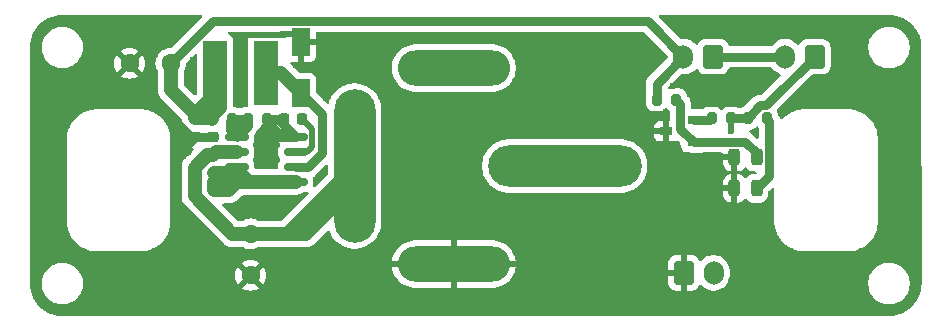
<source format=gbr>
%TF.GenerationSoftware,KiCad,Pcbnew,8.0.8*%
%TF.CreationDate,2026-01-07T21:13:00+09:00*%
%TF.ProjectId,emergency_board_NHK2026,656d6572-6765-46e6-9379-5f626f617264,rev?*%
%TF.SameCoordinates,Original*%
%TF.FileFunction,Copper,L1,Top*%
%TF.FilePolarity,Positive*%
%FSLAX46Y46*%
G04 Gerber Fmt 4.6, Leading zero omitted, Abs format (unit mm)*
G04 Created by KiCad (PCBNEW 8.0.8) date 2026-01-07 21:13:00*
%MOMM*%
%LPD*%
G01*
G04 APERTURE LIST*
G04 Aperture macros list*
%AMRoundRect*
0 Rectangle with rounded corners*
0 $1 Rounding radius*
0 $2 $3 $4 $5 $6 $7 $8 $9 X,Y pos of 4 corners*
0 Add a 4 corners polygon primitive as box body*
4,1,4,$2,$3,$4,$5,$6,$7,$8,$9,$2,$3,0*
0 Add four circle primitives for the rounded corners*
1,1,$1+$1,$2,$3*
1,1,$1+$1,$4,$5*
1,1,$1+$1,$6,$7*
1,1,$1+$1,$8,$9*
0 Add four rect primitives between the rounded corners*
20,1,$1+$1,$2,$3,$4,$5,0*
20,1,$1+$1,$4,$5,$6,$7,0*
20,1,$1+$1,$6,$7,$8,$9,0*
20,1,$1+$1,$8,$9,$2,$3,0*%
G04 Aperture macros list end*
%TA.AperFunction,ComponentPad*%
%ADD10O,3.500000X13.000000*%
%TD*%
%TA.AperFunction,ComponentPad*%
%ADD11O,13.000000X3.500000*%
%TD*%
%TA.AperFunction,ComponentPad*%
%ADD12O,9.500000X3.000000*%
%TD*%
%TA.AperFunction,SMDPad,CuDef*%
%ADD13R,2.000000X5.500000*%
%TD*%
%TA.AperFunction,SMDPad,CuDef*%
%ADD14RoundRect,0.225000X0.225000X0.250000X-0.225000X0.250000X-0.225000X-0.250000X0.225000X-0.250000X0*%
%TD*%
%TA.AperFunction,ComponentPad*%
%ADD15C,1.600000*%
%TD*%
%TA.AperFunction,SMDPad,CuDef*%
%ADD16RoundRect,0.225000X0.250000X-0.225000X0.250000X0.225000X-0.250000X0.225000X-0.250000X-0.225000X0*%
%TD*%
%TA.AperFunction,SMDPad,CuDef*%
%ADD17RoundRect,0.225000X-0.250000X0.225000X-0.250000X-0.225000X0.250000X-0.225000X0.250000X0.225000X0*%
%TD*%
%TA.AperFunction,SMDPad,CuDef*%
%ADD18R,1.550000X2.350000*%
%TD*%
%TA.AperFunction,SMDPad,CuDef*%
%ADD19RoundRect,0.243750X-0.243750X-0.456250X0.243750X-0.456250X0.243750X0.456250X-0.243750X0.456250X0*%
%TD*%
%TA.AperFunction,ComponentPad*%
%ADD20RoundRect,0.250000X0.600000X0.750000X-0.600000X0.750000X-0.600000X-0.750000X0.600000X-0.750000X0*%
%TD*%
%TA.AperFunction,ComponentPad*%
%ADD21O,1.700000X2.000000*%
%TD*%
%TA.AperFunction,ComponentPad*%
%ADD22RoundRect,0.250000X-0.600000X-0.750000X0.600000X-0.750000X0.600000X0.750000X-0.600000X0.750000X0*%
%TD*%
%TA.AperFunction,SMDPad,CuDef*%
%ADD23R,1.050000X0.700000*%
%TD*%
%TA.AperFunction,SMDPad,CuDef*%
%ADD24RoundRect,0.200000X-0.200000X-0.275000X0.200000X-0.275000X0.200000X0.275000X-0.200000X0.275000X0*%
%TD*%
%TA.AperFunction,SMDPad,CuDef*%
%ADD25RoundRect,0.200000X0.200000X0.275000X-0.200000X0.275000X-0.200000X-0.275000X0.200000X-0.275000X0*%
%TD*%
%TA.AperFunction,SMDPad,CuDef*%
%ADD26RoundRect,0.150000X0.825000X0.150000X-0.825000X0.150000X-0.825000X-0.150000X0.825000X-0.150000X0*%
%TD*%
%TA.AperFunction,ViaPad*%
%ADD27C,0.600000*%
%TD*%
%TA.AperFunction,Conductor*%
%ADD28C,0.500000*%
%TD*%
%TA.AperFunction,Conductor*%
%ADD29C,0.800000*%
%TD*%
%TA.AperFunction,Conductor*%
%ADD30C,1.200000*%
%TD*%
G04 APERTURE END LIST*
D10*
%TO.P,K1,1*%
%TO.N,24V*%
X48000000Y-33300000D03*
D11*
%TO.P,K1,2*%
%TO.N,unconnected-(K1-Pad2)*%
X65800000Y-33300000D03*
D12*
%TO.P,K1,3*%
%TO.N,Net-(J2-Pin_2)*%
X56400000Y-25000000D03*
%TO.P,K1,4*%
%TO.N,GND*%
X56400000Y-41600000D03*
%TD*%
D13*
%TO.P,L1,1,1*%
%TO.N,Net-(D1-K)*%
X40500000Y-25400000D03*
%TO.P,L1,2,2*%
%TO.N,Net-(J1-Pin_2)*%
X36200000Y-25400000D03*
%TD*%
D14*
%TO.P,C1,1*%
%TO.N,Net-(U1-TC)*%
X43550000Y-29310000D03*
%TO.P,C1,2*%
%TO.N,GND*%
X42000000Y-29310000D03*
%TD*%
D15*
%TO.P,C2,2*%
%TO.N,GND*%
X28950000Y-24600000D03*
%TO.P,C2,1*%
%TO.N,Net-(J1-Pin_2)*%
X32450000Y-24600000D03*
%TD*%
%TO.P,C3,1*%
%TO.N,24V*%
X39200000Y-39050000D03*
%TO.P,C3,2*%
%TO.N,GND*%
X39200000Y-42550000D03*
%TD*%
D16*
%TO.P,C4,1*%
%TO.N,24V*%
X36000000Y-32360000D03*
%TO.P,C4,2*%
%TO.N,GND*%
X36000000Y-30810000D03*
%TD*%
D17*
%TO.P,C5,1*%
%TO.N,Net-(J1-Pin_2)*%
X34500000Y-29260000D03*
%TO.P,C5,2*%
%TO.N,GND*%
X34500000Y-30810000D03*
%TD*%
D18*
%TO.P,D1,1,K*%
%TO.N,Net-(D1-K)*%
X43450000Y-27100000D03*
%TO.P,D1,2,A*%
%TO.N,GND*%
X43450000Y-22800000D03*
%TD*%
D19*
%TO.P,D2,1,K*%
%TO.N,GND*%
X80162500Y-35200000D03*
%TO.P,D2,2,A*%
%TO.N,Net-(D2-A)*%
X82037500Y-35200000D03*
%TD*%
%TO.P,D3,1,K*%
%TO.N,GND*%
X80162500Y-32550000D03*
%TO.P,D3,2,A*%
%TO.N,Net-(D3-A)*%
X82037500Y-32550000D03*
%TD*%
D20*
%TO.P,J1,1,Pin_1*%
%TO.N,Net-(J1-Pin_1)*%
X78350000Y-24050000D03*
D21*
%TO.P,J1,2,Pin_2*%
%TO.N,Net-(J1-Pin_2)*%
X75850000Y-24050000D03*
%TD*%
D22*
%TO.P,J2,1,Pin_1*%
%TO.N,GND*%
X75900000Y-42350000D03*
D21*
%TO.P,J2,2,Pin_2*%
%TO.N,Net-(J2-Pin_2)*%
X78400000Y-42350000D03*
%TD*%
D20*
%TO.P,J3,1,Pin_1*%
%TO.N,Net-(J2-Pin_2)*%
X86950000Y-24050000D03*
D21*
%TO.P,J3,2,Pin_2*%
%TO.N,Net-(J1-Pin_1)*%
X84450000Y-24050000D03*
%TD*%
D23*
%TO.P,Q1,1,C*%
%TO.N,Net-(D3-A)*%
X76700000Y-31300000D03*
%TO.P,Q1,2,B*%
%TO.N,Net-(Q1-B)*%
X76700000Y-29400000D03*
%TO.P,Q1,3,E*%
%TO.N,GND*%
X74400000Y-30350000D03*
%TD*%
D24*
%TO.P,R1,1*%
%TO.N,24V*%
X34450000Y-33860000D03*
%TO.P,R1,2*%
%TO.N,Net-(U1-DC)*%
X36100000Y-33860000D03*
%TD*%
%TO.P,R2,1*%
%TO.N,24V*%
X34450000Y-35360000D03*
%TO.P,R2,2*%
%TO.N,Net-(U1-DC)*%
X36100000Y-35360000D03*
%TD*%
D25*
%TO.P,R3,1*%
%TO.N,GND*%
X40600000Y-29310000D03*
%TO.P,R3,2*%
%TO.N,Net-(U1-Vfb)*%
X38950000Y-29310000D03*
%TD*%
%TO.P,R4,1*%
%TO.N,Net-(U1-Vfb)*%
X37600000Y-29310000D03*
%TO.P,R4,2*%
%TO.N,Net-(J1-Pin_2)*%
X35950000Y-29310000D03*
%TD*%
%TO.P,R5,2*%
%TO.N,Net-(J2-Pin_2)*%
X81275000Y-29250000D03*
%TO.P,R5,1*%
%TO.N,Net-(D2-A)*%
X82925000Y-29250000D03*
%TD*%
%TO.P,R6,1*%
%TO.N,Net-(D3-A)*%
X75225000Y-27700000D03*
%TO.P,R6,2*%
%TO.N,Net-(J1-Pin_2)*%
X73575000Y-27700000D03*
%TD*%
%TO.P,R7,2*%
%TO.N,Net-(Q1-B)*%
X78225000Y-29250000D03*
%TO.P,R7,1*%
%TO.N,Net-(J2-Pin_2)*%
X79875000Y-29250000D03*
%TD*%
D26*
%TO.P,U1,1,SwC*%
%TO.N,Net-(U1-DC)*%
X43000000Y-34670000D03*
%TO.P,U1,2,SwE*%
%TO.N,Net-(D1-K)*%
X43000000Y-33400000D03*
%TO.P,U1,3,TC*%
%TO.N,Net-(U1-TC)*%
X43000000Y-32130000D03*
%TO.P,U1,4,GND*%
%TO.N,GND*%
X43000000Y-30860000D03*
%TO.P,U1,5,Vfb*%
%TO.N,Net-(U1-Vfb)*%
X38050000Y-30860000D03*
%TO.P,U1,6,Vin*%
%TO.N,24V*%
X38050000Y-32130000D03*
%TO.P,U1,7,Ipk*%
%TO.N,Net-(U1-DC)*%
X38050000Y-33400000D03*
%TO.P,U1,8,DC*%
X38050000Y-34670000D03*
%TD*%
D27*
%TO.N,GND*%
X77350000Y-39250000D03*
X67750000Y-23750000D03*
X56500000Y-45500000D03*
X41900000Y-22100000D03*
X89750000Y-28150000D03*
X74400000Y-28750000D03*
X34350000Y-24350000D03*
X34350000Y-26600000D03*
X50650000Y-26500000D03*
X67050000Y-41000000D03*
X90000000Y-23850000D03*
X81850000Y-21800000D03*
X67000000Y-26150000D03*
X79500000Y-36650000D03*
X81150000Y-39700000D03*
X83250000Y-35700000D03*
X85200000Y-43350000D03*
X94250000Y-38450000D03*
X94150000Y-27250000D03*
X94250000Y-33600000D03*
X94750000Y-21600000D03*
X94900000Y-44850000D03*
X40550000Y-31700000D03*
X77350000Y-33800000D03*
X81200000Y-33900000D03*
X84100000Y-28850000D03*
X81950000Y-30400000D03*
X74050000Y-24100000D03*
X74250000Y-20800000D03*
X83650000Y-25600000D03*
X75000000Y-26500000D03*
X75300000Y-31450000D03*
X73100000Y-32800000D03*
X58550000Y-32500000D03*
X65800000Y-30550000D03*
X56600000Y-22500000D03*
X56700000Y-27450000D03*
X50550000Y-33300000D03*
X65850000Y-36050000D03*
X67650000Y-45500000D03*
X46650000Y-45550000D03*
X32900000Y-36300000D03*
X32300000Y-28950000D03*
X33800000Y-32000000D03*
X21200000Y-40050000D03*
X22100000Y-36000000D03*
X22250000Y-31200000D03*
X26250000Y-26950000D03*
X21150000Y-26750000D03*
X26700000Y-21300000D03*
X21700000Y-21700000D03*
X45200000Y-22250000D03*
X43050000Y-24750000D03*
X38300000Y-28150000D03*
X38350000Y-22200000D03*
X34450000Y-20800000D03*
X45600000Y-27550000D03*
X40500000Y-33250000D03*
X33650000Y-43400000D03*
X29600000Y-43400000D03*
X26000000Y-43300000D03*
X55200000Y-35600000D03*
X21500000Y-44650000D03*
X45700000Y-39350000D03*
X45150000Y-34150000D03*
X43500000Y-35900000D03*
X37600000Y-36700000D03*
%TO.N,Net-(J2-Pin_2)*%
X79850000Y-30300000D03*
%TD*%
D28*
%TO.N,GND*%
X41900000Y-22100000D02*
X42750000Y-22100000D01*
X42750000Y-22100000D02*
X43450000Y-22800000D01*
X38350000Y-22200000D02*
X41800000Y-22200000D01*
X41800000Y-22200000D02*
X41900000Y-22100000D01*
D29*
X34160000Y-30810000D02*
X33850000Y-30500000D01*
X33850000Y-30500000D02*
X32300000Y-28950000D01*
X33800000Y-32000000D02*
X33800000Y-30550000D01*
X33800000Y-30550000D02*
X33850000Y-30500000D01*
X33800000Y-32000000D02*
X33800000Y-31510000D01*
X33800000Y-31510000D02*
X34500000Y-30810000D01*
X34500000Y-30810000D02*
X34160000Y-30810000D01*
X36000000Y-30810000D02*
X34500000Y-30810000D01*
X40600000Y-29850000D02*
X39900000Y-30550000D01*
X40600000Y-29310000D02*
X40600000Y-29850000D01*
X40550000Y-31700000D02*
X40550000Y-30300000D01*
X40600000Y-29310000D02*
X40600000Y-30250000D01*
X40600000Y-30250000D02*
X40550000Y-30300000D01*
X40850000Y-31400000D02*
X40850000Y-30450000D01*
X40550000Y-31700000D02*
X40850000Y-31400000D01*
X40850000Y-30450000D02*
X40980000Y-30450000D01*
X40600000Y-29310000D02*
X41450000Y-29310000D01*
X41450000Y-29310000D02*
X42000000Y-29860000D01*
X43000000Y-30860000D02*
X41900000Y-30860000D01*
X40600000Y-29310000D02*
X40600000Y-29560000D01*
X41900000Y-30860000D02*
X41390000Y-30860000D01*
X40600000Y-29560000D02*
X41900000Y-30860000D01*
X42000000Y-29310000D02*
X42000000Y-29860000D01*
X42000000Y-29860000D02*
X43000000Y-30860000D01*
X41390000Y-30860000D02*
X40550000Y-31700000D01*
%TO.N,Net-(J2-Pin_2)*%
X81275000Y-29250000D02*
X79875000Y-29250000D01*
X81275000Y-29250000D02*
X82350000Y-28175000D01*
X82350000Y-28175000D02*
X82825000Y-28175000D01*
X82825000Y-28175000D02*
X86950000Y-24050000D01*
D28*
X79850000Y-30300000D02*
X79850000Y-29275000D01*
X79850000Y-29275000D02*
X79875000Y-29250000D01*
D29*
%TO.N,Net-(Q1-B)*%
X76700000Y-29400000D02*
X78075000Y-29400000D01*
X78075000Y-29400000D02*
X78225000Y-29250000D01*
%TO.N,Net-(D3-A)*%
X76700000Y-31300000D02*
X77150000Y-31300000D01*
X82037500Y-32237500D02*
X82037500Y-32550000D01*
X77150000Y-31300000D02*
X77200000Y-31250000D01*
X77200000Y-31250000D02*
X81050000Y-31250000D01*
X81050000Y-31250000D02*
X82037500Y-32237500D01*
X75225000Y-27700000D02*
X75575000Y-28050000D01*
X75575000Y-28050000D02*
X75575000Y-30175000D01*
X75575000Y-30175000D02*
X76700000Y-31300000D01*
%TO.N,Net-(D2-A)*%
X82037500Y-35200000D02*
X83125000Y-34112500D01*
X83125000Y-34112500D02*
X83125000Y-29450000D01*
X83125000Y-29450000D02*
X82925000Y-29250000D01*
%TO.N,Net-(J1-Pin_2)*%
X73575000Y-27700000D02*
X73575000Y-26325000D01*
X73575000Y-26325000D02*
X75850000Y-24050000D01*
%TO.N,Net-(J1-Pin_1)*%
X78350000Y-24050000D02*
X84450000Y-24050000D01*
D28*
%TO.N,Net-(D3-A)*%
X82037500Y-32550000D02*
X81850000Y-32550000D01*
D29*
%TO.N,Net-(J1-Pin_2)*%
X32450000Y-24600000D02*
X36025000Y-21025000D01*
X36025000Y-21025000D02*
X72825000Y-21025000D01*
X72825000Y-21025000D02*
X75850000Y-24050000D01*
D30*
X32450000Y-24600000D02*
X32450000Y-26850000D01*
X32450000Y-26850000D02*
X34500000Y-28900000D01*
X35950000Y-29065244D02*
X36607622Y-28407622D01*
X35950000Y-29310000D02*
X35950000Y-29065244D01*
X36607622Y-28407622D02*
X36607622Y-25807622D01*
X36607622Y-25807622D02*
X36200000Y-25400000D01*
X34500000Y-29260000D02*
X34500000Y-28900000D01*
X34500000Y-28900000D02*
X36200000Y-27200000D01*
X36200000Y-27200000D02*
X36200000Y-25400000D01*
X34500000Y-29260000D02*
X35900000Y-29260000D01*
X35900000Y-29260000D02*
X35950000Y-29310000D01*
D29*
%TO.N,Net-(U1-Vfb)*%
X38900000Y-30010000D02*
X38900000Y-30000000D01*
X38900000Y-30000000D02*
X38950000Y-29950000D01*
X38050000Y-30860000D02*
X38900000Y-30010000D01*
X38950000Y-29950000D02*
X38950000Y-29310000D01*
X38050000Y-30860000D02*
X37450000Y-30260000D01*
X37450000Y-30260000D02*
X37450000Y-29460000D01*
X37450000Y-29460000D02*
X37600000Y-29310000D01*
X38050000Y-30210000D02*
X38050000Y-29760000D01*
X38050000Y-29760000D02*
X37600000Y-29310000D01*
X37600000Y-29310000D02*
X38950000Y-29310000D01*
X38050000Y-30860000D02*
X38050000Y-30210000D01*
X38050000Y-30210000D02*
X38950000Y-29310000D01*
D30*
%TO.N,24V*%
X46000000Y-36950000D02*
X46000000Y-36300000D01*
X45700000Y-37250000D02*
X46000000Y-36950000D01*
X42250000Y-39050000D02*
X43900000Y-39050000D01*
X43900000Y-39050000D02*
X45700000Y-37250000D01*
X34450000Y-35360000D02*
X34450000Y-35835000D01*
X34450000Y-35835000D02*
X37665000Y-39050000D01*
X37665000Y-39050000D02*
X39200000Y-39050000D01*
X34450000Y-33860000D02*
X34450000Y-35360000D01*
X36000000Y-32360000D02*
X35525000Y-32360000D01*
X34450000Y-33435000D02*
X34450000Y-33860000D01*
X35525000Y-32360000D02*
X34450000Y-33435000D01*
X38050000Y-32130000D02*
X36230000Y-32130000D01*
X36230000Y-32130000D02*
X36000000Y-32360000D01*
%TO.N,Net-(U1-DC)*%
X43000000Y-34670000D02*
X39000000Y-34670000D01*
X39000000Y-34670000D02*
X38050000Y-34670000D01*
D29*
X38050000Y-33400000D02*
X39000000Y-34350000D01*
X39000000Y-34350000D02*
X39000000Y-34670000D01*
D30*
X36100000Y-35360000D02*
X36100000Y-35350000D01*
X36100000Y-35350000D02*
X37590000Y-33860000D01*
X37590000Y-33860000D02*
X36900000Y-33860000D01*
X36900000Y-33860000D02*
X36100000Y-33860000D01*
X36100000Y-35360000D02*
X36100000Y-34660000D01*
X36100000Y-34660000D02*
X36900000Y-33860000D01*
X36100000Y-35360000D02*
X37360000Y-35360000D01*
X37360000Y-35360000D02*
X38050000Y-34670000D01*
D29*
%TO.N,Net-(D1-K)*%
X44100000Y-33400000D02*
X45275001Y-32224999D01*
X45275001Y-32224999D02*
X45275001Y-28925001D01*
X45275001Y-28925001D02*
X43450000Y-27100000D01*
D28*
%TO.N,Net-(U1-TC)*%
X43000000Y-32130000D02*
X43974999Y-32130000D01*
X43974999Y-32130000D02*
X44425000Y-31679999D01*
X44425000Y-31679999D02*
X44425000Y-30185000D01*
X44425000Y-30185000D02*
X43550000Y-29310000D01*
D29*
%TO.N,Net-(D1-K)*%
X43000000Y-33400000D02*
X44100000Y-33400000D01*
D30*
X40500000Y-25400000D02*
X41750000Y-25400000D01*
X41750000Y-25400000D02*
X43450000Y-27100000D01*
%TO.N,24V*%
X42250000Y-39050000D02*
X48000000Y-33300000D01*
X39200000Y-39050000D02*
X42250000Y-39050000D01*
%TD*%
%TA.AperFunction,Conductor*%
%TO.N,GND*%
G36*
X34978229Y-20498914D02*
G01*
X35045265Y-20518600D01*
X35091019Y-20571406D01*
X35100960Y-20640564D01*
X35071934Y-20704119D01*
X35065904Y-20710595D01*
X32516945Y-23259553D01*
X32455622Y-23293038D01*
X32440072Y-23295400D01*
X32223312Y-23314364D01*
X32223302Y-23314366D01*
X32003511Y-23373258D01*
X32003502Y-23373261D01*
X31797267Y-23469431D01*
X31797265Y-23469432D01*
X31610858Y-23599954D01*
X31449954Y-23760858D01*
X31319432Y-23947265D01*
X31319431Y-23947267D01*
X31223261Y-24153502D01*
X31223258Y-24153511D01*
X31164366Y-24373302D01*
X31164364Y-24373313D01*
X31144532Y-24599998D01*
X31144532Y-24600001D01*
X31164364Y-24826686D01*
X31164366Y-24826697D01*
X31223258Y-25046488D01*
X31223260Y-25046492D01*
X31223261Y-25046496D01*
X31254682Y-25113878D01*
X31319431Y-25252733D01*
X31327073Y-25263646D01*
X31349402Y-25329852D01*
X31349500Y-25334772D01*
X31349500Y-26936610D01*
X31371734Y-27076995D01*
X31376598Y-27107701D01*
X31430127Y-27272445D01*
X31508768Y-27426788D01*
X31610586Y-27566928D01*
X31610588Y-27566930D01*
X33372747Y-29329089D01*
X33406232Y-29390412D01*
X33407539Y-29397372D01*
X33426291Y-29515763D01*
X33426598Y-29517701D01*
X33480127Y-29682445D01*
X33558768Y-29836788D01*
X33660586Y-29976928D01*
X33660588Y-29976930D01*
X33660934Y-29977276D01*
X33661023Y-29977439D01*
X33663750Y-29980632D01*
X33663079Y-29981204D01*
X33694419Y-30038599D01*
X33689435Y-30108291D01*
X33678792Y-30130054D01*
X33588454Y-30276513D01*
X33588452Y-30276518D01*
X33535144Y-30437393D01*
X33525000Y-30536677D01*
X33525000Y-30560000D01*
X35876000Y-30560000D01*
X35943039Y-30579685D01*
X35988794Y-30632489D01*
X36000000Y-30684000D01*
X36000000Y-30936000D01*
X35980315Y-31003039D01*
X35927511Y-31048794D01*
X35876000Y-31060000D01*
X33525001Y-31060000D01*
X33525001Y-31083322D01*
X33535144Y-31182607D01*
X33588452Y-31343481D01*
X33588457Y-31343492D01*
X33677424Y-31487728D01*
X33677427Y-31487732D01*
X33797267Y-31607572D01*
X33797271Y-31607575D01*
X33941507Y-31696542D01*
X33941518Y-31696547D01*
X34102393Y-31749855D01*
X34201683Y-31759999D01*
X34269293Y-31759999D01*
X34336333Y-31779683D01*
X34382089Y-31832486D01*
X34392033Y-31901644D01*
X34363009Y-31965200D01*
X34356976Y-31971680D01*
X33733072Y-32595586D01*
X33610588Y-32718069D01*
X33610588Y-32718070D01*
X33610586Y-32718072D01*
X33595641Y-32738642D01*
X33508768Y-32858211D01*
X33430128Y-33012552D01*
X33376597Y-33177302D01*
X33353533Y-33322925D01*
X33349500Y-33348389D01*
X33349500Y-33773389D01*
X33349500Y-35273389D01*
X33349500Y-35748389D01*
X33349500Y-35921611D01*
X33376598Y-36092701D01*
X33430127Y-36257445D01*
X33508768Y-36411788D01*
X33610586Y-36551928D01*
X33610588Y-36551930D01*
X36948070Y-39889413D01*
X36948075Y-39889418D01*
X37029240Y-39948387D01*
X37088210Y-39991231D01*
X37203644Y-40050047D01*
X37203646Y-40050048D01*
X37242548Y-40069870D01*
X37242551Y-40069870D01*
X37242555Y-40069873D01*
X37407299Y-40123403D01*
X37536036Y-40143792D01*
X37552977Y-40146475D01*
X37578386Y-40150500D01*
X37578389Y-40150500D01*
X37578390Y-40150500D01*
X37751611Y-40150500D01*
X38465228Y-40150500D01*
X38532267Y-40170185D01*
X38536340Y-40172917D01*
X38547266Y-40180568D01*
X38753504Y-40276739D01*
X38753509Y-40276740D01*
X38753511Y-40276741D01*
X38806415Y-40290916D01*
X38973308Y-40335635D01*
X39135230Y-40349801D01*
X39199998Y-40355468D01*
X39200000Y-40355468D01*
X39200002Y-40355468D01*
X39256673Y-40350509D01*
X39426692Y-40335635D01*
X39646496Y-40276739D01*
X39852734Y-40180568D01*
X39863649Y-40172924D01*
X39929856Y-40150598D01*
X39934772Y-40150500D01*
X43986610Y-40150500D01*
X43986611Y-40150500D01*
X44157701Y-40123402D01*
X44322445Y-40069873D01*
X44476788Y-39991232D01*
X44616928Y-39889414D01*
X45694190Y-38812150D01*
X45755513Y-38778666D01*
X45825205Y-38783650D01*
X45881138Y-38825522D01*
X45896432Y-38852379D01*
X45977254Y-39047500D01*
X45977258Y-39047510D01*
X46124761Y-39302993D01*
X46304352Y-39537040D01*
X46304358Y-39537047D01*
X46512952Y-39745641D01*
X46512959Y-39745647D01*
X46747006Y-39925238D01*
X47002489Y-40072741D01*
X47002490Y-40072741D01*
X47002493Y-40072743D01*
X47190215Y-40150500D01*
X47262805Y-40180568D01*
X47275048Y-40185639D01*
X47560007Y-40261993D01*
X47852494Y-40300500D01*
X47852501Y-40300500D01*
X48147499Y-40300500D01*
X48147506Y-40300500D01*
X48439993Y-40261993D01*
X48724952Y-40185639D01*
X48997507Y-40072743D01*
X49252994Y-39925238D01*
X49487042Y-39745646D01*
X49695646Y-39537042D01*
X49875238Y-39302994D01*
X50022743Y-39047507D01*
X50135639Y-38774952D01*
X50211993Y-38489993D01*
X50250500Y-38197506D01*
X50250500Y-35705815D01*
X79175000Y-35705815D01*
X79185407Y-35807673D01*
X79240094Y-35972709D01*
X79240096Y-35972714D01*
X79331370Y-36120691D01*
X79454308Y-36243629D01*
X79602285Y-36334903D01*
X79602290Y-36334905D01*
X79767326Y-36389592D01*
X79869184Y-36399999D01*
X79869197Y-36400000D01*
X79912500Y-36400000D01*
X79912500Y-35450000D01*
X79175000Y-35450000D01*
X79175000Y-35705815D01*
X50250500Y-35705815D01*
X50250500Y-33152486D01*
X58799500Y-33152486D01*
X58799500Y-33447513D01*
X58818790Y-33594026D01*
X58838007Y-33739993D01*
X58910464Y-34010407D01*
X58914361Y-34024951D01*
X58914364Y-34024961D01*
X59027254Y-34297500D01*
X59027258Y-34297510D01*
X59174761Y-34552993D01*
X59354352Y-34787040D01*
X59354358Y-34787047D01*
X59562952Y-34995641D01*
X59562959Y-34995647D01*
X59797006Y-35175238D01*
X60052489Y-35322741D01*
X60052490Y-35322741D01*
X60052493Y-35322743D01*
X60263296Y-35410060D01*
X60291502Y-35421744D01*
X60325048Y-35435639D01*
X60610007Y-35511993D01*
X60902494Y-35550500D01*
X60902501Y-35550500D01*
X70697499Y-35550500D01*
X70697506Y-35550500D01*
X70989993Y-35511993D01*
X71274952Y-35435639D01*
X71547507Y-35322743D01*
X71802994Y-35175238D01*
X72037042Y-34995646D01*
X72245646Y-34787042D01*
X72316899Y-34694184D01*
X79175000Y-34694184D01*
X79175000Y-34950000D01*
X79912500Y-34950000D01*
X79912500Y-34000000D01*
X79869184Y-34000000D01*
X79767326Y-34010407D01*
X79602290Y-34065094D01*
X79602285Y-34065096D01*
X79454308Y-34156370D01*
X79331370Y-34279308D01*
X79240096Y-34427285D01*
X79240094Y-34427290D01*
X79185407Y-34592326D01*
X79175000Y-34694184D01*
X72316899Y-34694184D01*
X72425238Y-34552994D01*
X72572743Y-34297507D01*
X72685639Y-34024952D01*
X72761993Y-33739993D01*
X72800500Y-33447506D01*
X72800500Y-33152494D01*
X72787772Y-33055815D01*
X79175000Y-33055815D01*
X79185407Y-33157673D01*
X79240094Y-33322709D01*
X79240096Y-33322714D01*
X79331370Y-33470691D01*
X79454308Y-33593629D01*
X79602285Y-33684903D01*
X79602290Y-33684905D01*
X79767326Y-33739592D01*
X79869184Y-33749999D01*
X79869197Y-33750000D01*
X79912500Y-33750000D01*
X79912500Y-32800000D01*
X79175000Y-32800000D01*
X79175000Y-33055815D01*
X72787772Y-33055815D01*
X72761993Y-32860007D01*
X72685639Y-32575048D01*
X72671286Y-32540398D01*
X72605913Y-32382573D01*
X72572743Y-32302493D01*
X72556581Y-32274500D01*
X72425238Y-32047006D01*
X72245647Y-31812959D01*
X72245641Y-31812952D01*
X72037047Y-31604358D01*
X72037040Y-31604352D01*
X71802993Y-31424761D01*
X71547510Y-31277258D01*
X71547500Y-31277254D01*
X71274961Y-31164364D01*
X71274954Y-31164362D01*
X71274952Y-31164361D01*
X70989993Y-31088007D01*
X70941113Y-31081571D01*
X70697513Y-31049500D01*
X70697506Y-31049500D01*
X60902494Y-31049500D01*
X60902486Y-31049500D01*
X60624085Y-31086153D01*
X60610007Y-31088007D01*
X60518340Y-31112569D01*
X60325048Y-31164361D01*
X60325038Y-31164364D01*
X60052499Y-31277254D01*
X60052489Y-31277258D01*
X59797006Y-31424761D01*
X59562959Y-31604352D01*
X59562952Y-31604358D01*
X59354358Y-31812952D01*
X59354352Y-31812959D01*
X59174761Y-32047006D01*
X59027258Y-32302489D01*
X59027254Y-32302499D01*
X58914364Y-32575038D01*
X58914361Y-32575048D01*
X58843180Y-32840703D01*
X58838008Y-32860004D01*
X58838006Y-32860015D01*
X58799500Y-33152486D01*
X50250500Y-33152486D01*
X50250500Y-30747844D01*
X73375000Y-30747844D01*
X73381401Y-30807372D01*
X73381403Y-30807379D01*
X73431645Y-30942086D01*
X73431649Y-30942093D01*
X73517809Y-31057187D01*
X73517812Y-31057190D01*
X73632906Y-31143350D01*
X73632913Y-31143354D01*
X73767620Y-31193596D01*
X73767627Y-31193598D01*
X73827155Y-31199999D01*
X73827172Y-31200000D01*
X74150000Y-31200000D01*
X74150000Y-30600000D01*
X73375000Y-30600000D01*
X73375000Y-30747844D01*
X50250500Y-30747844D01*
X50250500Y-29952155D01*
X73375000Y-29952155D01*
X73375000Y-30100000D01*
X74150000Y-30100000D01*
X74150000Y-29500000D01*
X73827155Y-29500000D01*
X73767627Y-29506401D01*
X73767620Y-29506403D01*
X73632913Y-29556645D01*
X73632906Y-29556649D01*
X73517812Y-29642809D01*
X73517809Y-29642812D01*
X73431649Y-29757906D01*
X73431645Y-29757913D01*
X73381403Y-29892620D01*
X73381401Y-29892627D01*
X73375000Y-29952155D01*
X50250500Y-29952155D01*
X50250500Y-28402494D01*
X50249055Y-28391522D01*
X50242393Y-28340914D01*
X50211993Y-28110007D01*
X50135639Y-27825048D01*
X50022743Y-27552493D01*
X49978311Y-27475535D01*
X49875238Y-27297006D01*
X49695647Y-27062959D01*
X49695641Y-27062952D01*
X49487047Y-26854358D01*
X49487040Y-26854352D01*
X49252993Y-26674761D01*
X48997510Y-26527258D01*
X48997500Y-26527254D01*
X48724961Y-26414364D01*
X48724954Y-26414362D01*
X48724952Y-26414361D01*
X48439993Y-26338007D01*
X48391113Y-26331571D01*
X48147513Y-26299500D01*
X48147506Y-26299500D01*
X47852494Y-26299500D01*
X47852486Y-26299500D01*
X47574085Y-26336153D01*
X47560007Y-26338007D01*
X47443764Y-26369154D01*
X47275048Y-26414361D01*
X47275038Y-26414364D01*
X47002499Y-26527254D01*
X47002489Y-26527258D01*
X46747006Y-26674761D01*
X46512959Y-26854352D01*
X46512952Y-26854358D01*
X46304358Y-27062952D01*
X46304352Y-27062959D01*
X46124761Y-27297006D01*
X45977258Y-27552489D01*
X45977254Y-27552499D01*
X45864364Y-27825038D01*
X45864362Y-27825045D01*
X45832077Y-27945534D01*
X45795712Y-28005194D01*
X45732864Y-28035723D01*
X45663489Y-28027428D01*
X45624621Y-28001121D01*
X44761818Y-27138318D01*
X44728333Y-27076995D01*
X44725499Y-27050637D01*
X44725499Y-25877129D01*
X44725498Y-25877123D01*
X44719091Y-25817516D01*
X44668797Y-25682671D01*
X44668793Y-25682664D01*
X44582547Y-25567455D01*
X44582544Y-25567452D01*
X44467335Y-25481206D01*
X44467328Y-25481202D01*
X44332482Y-25430908D01*
X44332483Y-25430908D01*
X44272883Y-25424501D01*
X44272881Y-25424500D01*
X44272873Y-25424500D01*
X44272865Y-25424500D01*
X43382204Y-25424500D01*
X43315165Y-25404815D01*
X43294523Y-25388181D01*
X42775214Y-24868872D01*
X51149500Y-24868872D01*
X51149500Y-25131127D01*
X51175087Y-25325471D01*
X51183730Y-25391116D01*
X51230980Y-25567455D01*
X51251602Y-25644418D01*
X51251605Y-25644428D01*
X51351953Y-25886690D01*
X51351958Y-25886700D01*
X51483075Y-26113803D01*
X51642718Y-26321851D01*
X51642726Y-26321860D01*
X51828140Y-26507274D01*
X51828148Y-26507281D01*
X52036196Y-26666924D01*
X52263299Y-26798041D01*
X52263309Y-26798046D01*
X52505571Y-26898394D01*
X52505581Y-26898398D01*
X52758884Y-26966270D01*
X53018880Y-27000500D01*
X53018887Y-27000500D01*
X59781113Y-27000500D01*
X59781120Y-27000500D01*
X60041116Y-26966270D01*
X60294419Y-26898398D01*
X60536697Y-26798043D01*
X60763803Y-26666924D01*
X60971851Y-26507282D01*
X60971855Y-26507277D01*
X60971860Y-26507274D01*
X61157274Y-26321860D01*
X61157277Y-26321855D01*
X61157282Y-26321851D01*
X61316924Y-26113803D01*
X61448043Y-25886697D01*
X61548398Y-25644419D01*
X61616270Y-25391116D01*
X61650500Y-25131120D01*
X61650500Y-24868880D01*
X61616270Y-24608884D01*
X61548398Y-24355581D01*
X61503193Y-24246446D01*
X61448046Y-24113309D01*
X61448041Y-24113299D01*
X61316924Y-23886196D01*
X61157281Y-23678148D01*
X61157274Y-23678140D01*
X60971860Y-23492726D01*
X60971851Y-23492718D01*
X60763803Y-23333075D01*
X60536700Y-23201958D01*
X60536690Y-23201953D01*
X60294428Y-23101605D01*
X60294421Y-23101603D01*
X60294419Y-23101602D01*
X60041116Y-23033730D01*
X59983339Y-23026123D01*
X59781127Y-22999500D01*
X59781120Y-22999500D01*
X53018880Y-22999500D01*
X53018872Y-22999500D01*
X52787772Y-23029926D01*
X52758884Y-23033730D01*
X52517587Y-23098385D01*
X52505581Y-23101602D01*
X52505571Y-23101605D01*
X52263309Y-23201953D01*
X52263299Y-23201958D01*
X52036196Y-23333075D01*
X51828148Y-23492718D01*
X51642718Y-23678148D01*
X51483075Y-23886196D01*
X51351958Y-24113299D01*
X51351953Y-24113309D01*
X51251605Y-24355571D01*
X51251602Y-24355581D01*
X51186111Y-24600000D01*
X51183730Y-24608885D01*
X51149500Y-24868872D01*
X42775214Y-24868872D01*
X42593023Y-24686681D01*
X42559538Y-24625358D01*
X42564522Y-24555666D01*
X42606394Y-24499733D01*
X42671858Y-24475316D01*
X42680704Y-24475000D01*
X43200000Y-24475000D01*
X43700000Y-24475000D01*
X44272828Y-24475000D01*
X44272844Y-24474999D01*
X44332372Y-24468598D01*
X44332379Y-24468596D01*
X44467086Y-24418354D01*
X44467093Y-24418350D01*
X44582187Y-24332190D01*
X44582190Y-24332187D01*
X44668350Y-24217093D01*
X44668354Y-24217086D01*
X44718596Y-24082379D01*
X44718598Y-24082372D01*
X44724999Y-24022844D01*
X44725000Y-24022827D01*
X44725000Y-23050000D01*
X43700000Y-23050000D01*
X43700000Y-24475000D01*
X43200000Y-24475000D01*
X43200000Y-22924000D01*
X43219685Y-22856961D01*
X43272489Y-22811206D01*
X43324000Y-22800000D01*
X43450000Y-22800000D01*
X43450000Y-22674000D01*
X43469685Y-22606961D01*
X43522489Y-22561206D01*
X43574000Y-22550000D01*
X44725000Y-22550000D01*
X44725000Y-22049500D01*
X44744685Y-21982461D01*
X44797489Y-21936706D01*
X44849000Y-21925500D01*
X72400638Y-21925500D01*
X72467677Y-21945185D01*
X72488319Y-21961819D01*
X74463181Y-23936681D01*
X74496666Y-23998004D01*
X74499500Y-24024362D01*
X74499500Y-24075637D01*
X74479815Y-24142676D01*
X74463181Y-24163318D01*
X72875538Y-25750960D01*
X72875537Y-25750961D01*
X72858409Y-25776597D01*
X72858408Y-25776598D01*
X72776990Y-25898446D01*
X72776983Y-25898459D01*
X72750644Y-25962050D01*
X72750644Y-25962051D01*
X72709105Y-26062333D01*
X72709103Y-26062341D01*
X72675740Y-26230070D01*
X72674500Y-26236309D01*
X72674500Y-26236310D01*
X72674500Y-28031613D01*
X72680913Y-28102192D01*
X72680913Y-28102194D01*
X72680914Y-28102196D01*
X72731522Y-28264606D01*
X72810106Y-28394600D01*
X72819530Y-28410188D01*
X72939811Y-28530469D01*
X72939813Y-28530470D01*
X72939815Y-28530472D01*
X73085394Y-28618478D01*
X73247804Y-28669086D01*
X73318384Y-28675500D01*
X73318387Y-28675500D01*
X73831613Y-28675500D01*
X73831616Y-28675500D01*
X73902196Y-28669086D01*
X74064606Y-28618478D01*
X74210185Y-28530472D01*
X74254211Y-28486446D01*
X74312319Y-28428339D01*
X74373642Y-28394854D01*
X74443334Y-28399838D01*
X74487681Y-28428339D01*
X74589811Y-28530469D01*
X74589813Y-28530470D01*
X74589815Y-28530472D01*
X74614650Y-28545485D01*
X74661837Y-28597010D01*
X74674500Y-28651601D01*
X74674500Y-29424138D01*
X74654815Y-29491177D01*
X74650000Y-29497152D01*
X74650000Y-31200000D01*
X74972828Y-31200000D01*
X74972844Y-31199999D01*
X75032372Y-31193598D01*
X75032376Y-31193597D01*
X75167270Y-31143284D01*
X75236961Y-31138300D01*
X75298282Y-31171782D01*
X75298285Y-31171785D01*
X75638181Y-31511681D01*
X75671666Y-31573004D01*
X75674500Y-31599361D01*
X75674500Y-31697869D01*
X75674501Y-31697876D01*
X75680908Y-31757483D01*
X75731202Y-31892328D01*
X75731206Y-31892335D01*
X75817452Y-32007544D01*
X75817455Y-32007547D01*
X75932664Y-32093793D01*
X75932671Y-32093797D01*
X75977618Y-32110561D01*
X76067517Y-32144091D01*
X76127127Y-32150500D01*
X76375501Y-32150499D01*
X76422951Y-32159937D01*
X76437329Y-32165892D01*
X76437334Y-32165894D01*
X76437338Y-32165894D01*
X76437339Y-32165895D01*
X76611305Y-32200500D01*
X76611308Y-32200500D01*
X77238693Y-32200500D01*
X77238694Y-32200499D01*
X77412666Y-32165895D01*
X77418371Y-32163531D01*
X77427046Y-32159939D01*
X77474498Y-32150500D01*
X79051000Y-32150500D01*
X79118039Y-32170185D01*
X79163794Y-32222989D01*
X79175000Y-32274500D01*
X79175000Y-32300000D01*
X80038500Y-32300000D01*
X80105539Y-32319685D01*
X80151294Y-32372489D01*
X80162500Y-32424000D01*
X80162500Y-32550000D01*
X80288500Y-32550000D01*
X80355539Y-32569685D01*
X80401294Y-32622489D01*
X80412500Y-32674000D01*
X80412500Y-33750000D01*
X80455803Y-33750000D01*
X80455815Y-33749999D01*
X80557673Y-33739592D01*
X80722709Y-33684905D01*
X80722714Y-33684903D01*
X80870691Y-33593629D01*
X80993628Y-33470692D01*
X80994159Y-33469832D01*
X80994680Y-33469363D01*
X80998112Y-33465023D01*
X80998853Y-33465608D01*
X81046101Y-33423102D01*
X81115063Y-33411872D01*
X81179148Y-33439708D01*
X81201413Y-33465398D01*
X81201493Y-33465336D01*
X81202890Y-33467103D01*
X81205238Y-33469812D01*
X81205968Y-33470995D01*
X81205974Y-33471003D01*
X81328996Y-33594025D01*
X81329000Y-33594028D01*
X81477066Y-33685357D01*
X81477069Y-33685358D01*
X81477075Y-33685362D01*
X81642225Y-33740087D01*
X81744152Y-33750500D01*
X81914139Y-33750500D01*
X81981178Y-33770185D01*
X82026933Y-33822989D01*
X82036877Y-33892147D01*
X82007852Y-33955703D01*
X82001820Y-33962181D01*
X82000820Y-33963181D01*
X81939497Y-33996666D01*
X81913139Y-33999500D01*
X81744144Y-33999500D01*
X81642223Y-34009913D01*
X81477077Y-34064637D01*
X81477066Y-34064642D01*
X81329000Y-34155971D01*
X81328996Y-34155974D01*
X81205974Y-34278996D01*
X81205967Y-34279005D01*
X81205234Y-34280194D01*
X81204519Y-34280836D01*
X81201493Y-34284664D01*
X81200838Y-34284146D01*
X81153280Y-34326911D01*
X81084316Y-34338123D01*
X81020238Y-34310271D01*
X80998238Y-34284877D01*
X80998112Y-34284977D01*
X80995885Y-34282161D01*
X80994163Y-34280173D01*
X80993630Y-34279309D01*
X80870691Y-34156370D01*
X80722714Y-34065096D01*
X80722709Y-34065094D01*
X80557673Y-34010407D01*
X80455815Y-34000000D01*
X80412500Y-34000000D01*
X80412500Y-36400000D01*
X80455803Y-36400000D01*
X80455815Y-36399999D01*
X80557673Y-36389592D01*
X80722709Y-36334905D01*
X80722714Y-36334903D01*
X80870691Y-36243629D01*
X80993628Y-36120692D01*
X80994159Y-36119832D01*
X80994680Y-36119363D01*
X80998112Y-36115023D01*
X80998853Y-36115608D01*
X81046101Y-36073102D01*
X81115063Y-36061872D01*
X81179148Y-36089708D01*
X81201413Y-36115398D01*
X81201493Y-36115336D01*
X81202890Y-36117103D01*
X81205238Y-36119812D01*
X81205968Y-36120995D01*
X81205974Y-36121003D01*
X81328996Y-36244025D01*
X81329000Y-36244028D01*
X81477066Y-36335357D01*
X81477069Y-36335358D01*
X81477075Y-36335362D01*
X81642225Y-36390087D01*
X81744152Y-36400500D01*
X81744157Y-36400500D01*
X82330843Y-36400500D01*
X82330848Y-36400500D01*
X82432775Y-36390087D01*
X82597925Y-36335362D01*
X82746003Y-36244026D01*
X82869026Y-36121003D01*
X82960362Y-35972925D01*
X83015087Y-35807775D01*
X83025500Y-35705848D01*
X83025500Y-35536861D01*
X83045185Y-35469822D01*
X83061819Y-35449180D01*
X83337819Y-35173180D01*
X83399142Y-35139695D01*
X83468834Y-35144679D01*
X83524767Y-35186551D01*
X83549184Y-35252015D01*
X83549500Y-35260861D01*
X83549500Y-37934108D01*
X83549500Y-38000000D01*
X83549500Y-38151252D01*
X83585963Y-38451551D01*
X83595439Y-38489995D01*
X83658358Y-38745272D01*
X83765628Y-39028117D01*
X83906206Y-39295964D01*
X83906212Y-39295973D01*
X84078047Y-39544921D01*
X84078052Y-39544927D01*
X84278646Y-39771351D01*
X84278648Y-39771353D01*
X84505072Y-39971947D01*
X84505078Y-39971952D01*
X84754026Y-40143787D01*
X84754033Y-40143792D01*
X85021882Y-40284371D01*
X85304727Y-40391641D01*
X85304731Y-40391642D01*
X85304734Y-40391643D01*
X85598449Y-40464037D01*
X85849661Y-40494539D01*
X85898746Y-40500500D01*
X85898748Y-40500500D01*
X89951254Y-40500500D01*
X89996630Y-40494990D01*
X90251551Y-40464037D01*
X90545266Y-40391643D01*
X90545269Y-40391641D01*
X90545272Y-40391641D01*
X90648007Y-40352678D01*
X90828113Y-40284373D01*
X90839355Y-40278473D01*
X91095967Y-40143792D01*
X91344924Y-39971950D01*
X91571352Y-39771352D01*
X91771950Y-39544924D01*
X91943792Y-39295967D01*
X92084373Y-39028113D01*
X92191643Y-38745266D01*
X92264037Y-38451551D01*
X92300500Y-38151252D01*
X92300500Y-38000000D01*
X92300500Y-37934108D01*
X92300500Y-30934108D01*
X92300500Y-30848748D01*
X92264037Y-30548449D01*
X92191643Y-30254734D01*
X92191642Y-30254731D01*
X92191641Y-30254727D01*
X92087906Y-29981204D01*
X92084373Y-29971887D01*
X92084372Y-29971886D01*
X92084371Y-29971882D01*
X91943793Y-29704035D01*
X91943787Y-29704026D01*
X91771952Y-29455078D01*
X91771947Y-29455072D01*
X91571353Y-29228648D01*
X91571351Y-29228646D01*
X91344927Y-29028052D01*
X91344921Y-29028047D01*
X91095973Y-28856212D01*
X91095964Y-28856206D01*
X90828117Y-28715628D01*
X90545272Y-28608358D01*
X90401731Y-28572979D01*
X90251551Y-28535963D01*
X90017517Y-28507546D01*
X89951254Y-28499500D01*
X89951252Y-28499500D01*
X89865892Y-28499500D01*
X86115892Y-28499500D01*
X86050000Y-28499500D01*
X85898748Y-28499500D01*
X85898746Y-28499500D01*
X85751897Y-28517331D01*
X85598449Y-28535963D01*
X85479602Y-28565255D01*
X85304727Y-28608358D01*
X85021882Y-28715628D01*
X84754035Y-28856206D01*
X84754026Y-28856212D01*
X84505078Y-29028047D01*
X84505072Y-29028052D01*
X84278651Y-29228643D01*
X84216054Y-29299301D01*
X84156864Y-29336427D01*
X84086999Y-29335659D01*
X84028639Y-29297241D01*
X84001622Y-29241265D01*
X83990895Y-29187334D01*
X83932905Y-29047334D01*
X83923013Y-29023453D01*
X83838486Y-28896950D01*
X83819970Y-28852248D01*
X83819086Y-28847806D01*
X83819086Y-28847804D01*
X83768478Y-28685394D01*
X83762497Y-28675500D01*
X83750778Y-28656114D01*
X83732942Y-28588560D01*
X83754460Y-28522086D01*
X83769209Y-28504289D01*
X86686681Y-25586818D01*
X86748004Y-25553333D01*
X86774362Y-25550499D01*
X87600002Y-25550499D01*
X87600008Y-25550499D01*
X87702797Y-25539999D01*
X87869334Y-25484814D01*
X88018656Y-25392712D01*
X88142712Y-25268656D01*
X88234814Y-25119334D01*
X88289999Y-24952797D01*
X88300500Y-24850009D01*
X88300499Y-23249992D01*
X88300305Y-23248097D01*
X88289999Y-23147203D01*
X88289998Y-23147200D01*
X88286041Y-23135258D01*
X91499500Y-23135258D01*
X91499500Y-23364741D01*
X91520070Y-23520974D01*
X91529452Y-23592238D01*
X91552472Y-23678149D01*
X91588842Y-23813887D01*
X91676650Y-24025876D01*
X91676657Y-24025890D01*
X91791392Y-24224617D01*
X91931081Y-24406661D01*
X91931089Y-24406670D01*
X92093330Y-24568911D01*
X92093338Y-24568918D01*
X92275382Y-24708607D01*
X92275385Y-24708608D01*
X92275388Y-24708611D01*
X92474112Y-24823344D01*
X92474117Y-24823346D01*
X92474123Y-24823349D01*
X92565480Y-24861190D01*
X92686113Y-24911158D01*
X92907762Y-24970548D01*
X93135266Y-25000500D01*
X93135273Y-25000500D01*
X93364727Y-25000500D01*
X93364734Y-25000500D01*
X93592238Y-24970548D01*
X93813887Y-24911158D01*
X94025888Y-24823344D01*
X94224612Y-24708611D01*
X94406661Y-24568919D01*
X94406665Y-24568914D01*
X94406670Y-24568911D01*
X94568911Y-24406670D01*
X94568914Y-24406665D01*
X94568919Y-24406661D01*
X94708611Y-24224612D01*
X94823344Y-24025888D01*
X94911158Y-23813887D01*
X94970548Y-23592238D01*
X95000500Y-23364734D01*
X95000500Y-23135266D01*
X94970548Y-22907762D01*
X94911158Y-22686113D01*
X94823344Y-22474112D01*
X94708611Y-22275388D01*
X94708608Y-22275385D01*
X94708607Y-22275382D01*
X94568918Y-22093338D01*
X94568911Y-22093330D01*
X94406670Y-21931089D01*
X94406661Y-21931081D01*
X94224617Y-21791392D01*
X94204187Y-21779597D01*
X94025888Y-21676656D01*
X94025876Y-21676650D01*
X93813887Y-21588842D01*
X93592238Y-21529452D01*
X93554215Y-21524446D01*
X93364741Y-21499500D01*
X93364734Y-21499500D01*
X93135266Y-21499500D01*
X93135258Y-21499500D01*
X92918715Y-21528009D01*
X92907762Y-21529452D01*
X92870288Y-21539493D01*
X92686112Y-21588842D01*
X92474123Y-21676650D01*
X92474109Y-21676657D01*
X92275382Y-21791392D01*
X92093338Y-21931081D01*
X91931081Y-22093338D01*
X91791392Y-22275382D01*
X91676657Y-22474109D01*
X91676650Y-22474123D01*
X91588842Y-22686112D01*
X91529453Y-22907759D01*
X91529451Y-22907770D01*
X91499500Y-23135258D01*
X88286041Y-23135258D01*
X88273822Y-23098385D01*
X88234814Y-22980666D01*
X88142712Y-22831344D01*
X88018656Y-22707288D01*
X87869334Y-22615186D01*
X87702797Y-22560001D01*
X87702795Y-22560000D01*
X87600010Y-22549500D01*
X86299998Y-22549500D01*
X86299981Y-22549501D01*
X86197203Y-22560000D01*
X86197200Y-22560001D01*
X86030668Y-22615185D01*
X86030663Y-22615187D01*
X85881342Y-22707289D01*
X85757289Y-22831342D01*
X85661821Y-22986121D01*
X85609873Y-23032845D01*
X85540910Y-23044068D01*
X85476828Y-23016224D01*
X85468601Y-23008705D01*
X85329786Y-22869890D01*
X85157820Y-22744951D01*
X84968414Y-22648444D01*
X84968413Y-22648443D01*
X84968412Y-22648443D01*
X84766243Y-22582754D01*
X84766241Y-22582753D01*
X84766240Y-22582753D01*
X84598096Y-22556122D01*
X84556287Y-22549500D01*
X84343713Y-22549500D01*
X84301904Y-22556122D01*
X84133760Y-22582753D01*
X83931585Y-22648444D01*
X83742179Y-22744951D01*
X83570213Y-22869890D01*
X83419892Y-23020211D01*
X83363097Y-23098385D01*
X83307767Y-23141051D01*
X83262779Y-23149500D01*
X79780301Y-23149500D01*
X79713262Y-23129815D01*
X79667507Y-23077011D01*
X79662595Y-23064504D01*
X79655823Y-23044068D01*
X79634814Y-22980666D01*
X79542712Y-22831344D01*
X79418656Y-22707288D01*
X79269334Y-22615186D01*
X79102797Y-22560001D01*
X79102795Y-22560000D01*
X79000010Y-22549500D01*
X77699998Y-22549500D01*
X77699981Y-22549501D01*
X77597203Y-22560000D01*
X77597200Y-22560001D01*
X77430668Y-22615185D01*
X77430663Y-22615187D01*
X77281342Y-22707289D01*
X77157289Y-22831342D01*
X77061821Y-22986121D01*
X77009873Y-23032845D01*
X76940910Y-23044068D01*
X76876828Y-23016224D01*
X76868601Y-23008705D01*
X76729786Y-22869890D01*
X76557820Y-22744951D01*
X76368414Y-22648444D01*
X76368413Y-22648443D01*
X76368412Y-22648443D01*
X76166243Y-22582754D01*
X76166241Y-22582753D01*
X76166240Y-22582753D01*
X75998096Y-22556122D01*
X75956287Y-22549500D01*
X75743713Y-22549500D01*
X75701905Y-22556121D01*
X75632613Y-22547166D01*
X75594829Y-22521329D01*
X73785154Y-20711654D01*
X73751669Y-20650331D01*
X73756653Y-20580639D01*
X73798525Y-20524706D01*
X73863989Y-20500289D01*
X73872834Y-20499973D01*
X93282360Y-20500500D01*
X93289246Y-20500694D01*
X93552804Y-20515496D01*
X93566606Y-20517051D01*
X93856857Y-20566366D01*
X93870411Y-20569459D01*
X93909216Y-20580639D01*
X94153316Y-20650963D01*
X94166442Y-20655556D01*
X94438438Y-20768221D01*
X94450960Y-20774252D01*
X94708629Y-20916662D01*
X94720402Y-20924059D01*
X94960506Y-21094421D01*
X94971378Y-21103091D01*
X95190899Y-21299267D01*
X95200732Y-21309100D01*
X95396908Y-21528621D01*
X95405578Y-21539493D01*
X95575940Y-21779597D01*
X95583337Y-21791370D01*
X95725747Y-22049039D01*
X95731781Y-22061568D01*
X95844443Y-22333558D01*
X95849036Y-22346683D01*
X95930539Y-22629586D01*
X95933633Y-22643143D01*
X95982947Y-22933384D01*
X95984504Y-22947202D01*
X95999301Y-23210689D01*
X95999496Y-23217630D01*
X96001402Y-43248416D01*
X96001207Y-43255381D01*
X95984504Y-43552796D01*
X95982947Y-43566614D01*
X95933633Y-43856856D01*
X95930539Y-43870413D01*
X95849036Y-44153316D01*
X95844443Y-44166441D01*
X95731781Y-44438431D01*
X95725747Y-44450960D01*
X95583337Y-44708629D01*
X95575940Y-44720402D01*
X95405578Y-44960506D01*
X95396908Y-44971378D01*
X95200732Y-45190899D01*
X95190899Y-45200732D01*
X94971378Y-45396908D01*
X94960506Y-45405578D01*
X94720402Y-45575940D01*
X94708629Y-45583337D01*
X94450960Y-45725747D01*
X94438431Y-45731781D01*
X94166441Y-45844443D01*
X94153316Y-45849036D01*
X93870413Y-45930539D01*
X93856856Y-45933633D01*
X93566614Y-45982947D01*
X93552796Y-45984504D01*
X93255375Y-46001208D01*
X93248422Y-46001403D01*
X23251578Y-46001403D01*
X23244625Y-46001208D01*
X22947203Y-45984504D01*
X22933385Y-45982947D01*
X22643143Y-45933633D01*
X22629586Y-45930539D01*
X22346683Y-45849036D01*
X22333558Y-45844443D01*
X22061568Y-45731781D01*
X22049039Y-45725747D01*
X21791370Y-45583337D01*
X21779597Y-45575940D01*
X21539493Y-45405578D01*
X21528621Y-45396908D01*
X21309100Y-45200732D01*
X21299267Y-45190899D01*
X21103091Y-44971378D01*
X21094421Y-44960506D01*
X20924059Y-44720402D01*
X20916662Y-44708629D01*
X20774252Y-44450960D01*
X20768221Y-44438438D01*
X20655556Y-44166441D01*
X20650963Y-44153316D01*
X20569460Y-43870413D01*
X20566366Y-43856856D01*
X20563418Y-43839505D01*
X20517051Y-43566606D01*
X20515496Y-43552805D01*
X20498792Y-43255375D01*
X20498597Y-43248422D01*
X20498597Y-43135258D01*
X21499500Y-43135258D01*
X21499500Y-43364741D01*
X21517035Y-43497924D01*
X21529452Y-43592238D01*
X21572141Y-43751557D01*
X21588842Y-43813887D01*
X21676650Y-44025876D01*
X21676657Y-44025890D01*
X21791392Y-44224617D01*
X21931081Y-44406661D01*
X21931089Y-44406670D01*
X22093330Y-44568911D01*
X22093338Y-44568918D01*
X22275382Y-44708607D01*
X22275385Y-44708608D01*
X22275388Y-44708611D01*
X22474112Y-44823344D01*
X22474117Y-44823346D01*
X22474123Y-44823349D01*
X22556287Y-44857382D01*
X22686113Y-44911158D01*
X22907762Y-44970548D01*
X23135266Y-45000500D01*
X23135273Y-45000500D01*
X23364727Y-45000500D01*
X23364734Y-45000500D01*
X23592238Y-44970548D01*
X23813887Y-44911158D01*
X24025888Y-44823344D01*
X24224612Y-44708611D01*
X24406661Y-44568919D01*
X24406665Y-44568914D01*
X24406670Y-44568911D01*
X24568911Y-44406670D01*
X24568914Y-44406665D01*
X24568919Y-44406661D01*
X24708611Y-44224612D01*
X24823344Y-44025888D01*
X24911158Y-43813887D01*
X24970548Y-43592238D01*
X25000500Y-43364734D01*
X25000500Y-43135266D01*
X24970548Y-42907762D01*
X24911158Y-42686113D01*
X24854777Y-42549997D01*
X37895034Y-42549997D01*
X37895034Y-42550002D01*
X37914858Y-42776599D01*
X37914860Y-42776610D01*
X37973730Y-42996317D01*
X37973735Y-42996331D01*
X38069863Y-43202478D01*
X38120974Y-43275472D01*
X38800000Y-42596446D01*
X38800000Y-42602661D01*
X38827259Y-42704394D01*
X38879920Y-42795606D01*
X38954394Y-42870080D01*
X39045606Y-42922741D01*
X39147339Y-42950000D01*
X39153553Y-42950000D01*
X38474526Y-43629025D01*
X38547513Y-43680132D01*
X38547521Y-43680136D01*
X38753668Y-43776264D01*
X38753682Y-43776269D01*
X38973389Y-43835139D01*
X38973400Y-43835141D01*
X39199998Y-43854966D01*
X39200002Y-43854966D01*
X39426599Y-43835141D01*
X39426610Y-43835139D01*
X39646317Y-43776269D01*
X39646331Y-43776264D01*
X39852478Y-43680136D01*
X39925471Y-43629024D01*
X39246447Y-42950000D01*
X39252661Y-42950000D01*
X39354394Y-42922741D01*
X39445606Y-42870080D01*
X39520080Y-42795606D01*
X39572741Y-42704394D01*
X39600000Y-42602661D01*
X39600000Y-42596447D01*
X40279024Y-43275471D01*
X40330136Y-43202478D01*
X40426264Y-42996331D01*
X40426269Y-42996317D01*
X40485139Y-42776610D01*
X40485141Y-42776599D01*
X40504966Y-42550002D01*
X40504966Y-42549997D01*
X40485141Y-42323400D01*
X40485139Y-42323389D01*
X40426269Y-42103682D01*
X40426264Y-42103668D01*
X40330136Y-41897521D01*
X40330132Y-41897513D01*
X40279025Y-41824526D01*
X39600000Y-42503551D01*
X39600000Y-42497339D01*
X39572741Y-42395606D01*
X39520080Y-42304394D01*
X39445606Y-42229920D01*
X39354394Y-42177259D01*
X39252661Y-42150000D01*
X39246445Y-42150000D01*
X39925472Y-41470974D01*
X39852478Y-41419863D01*
X39702654Y-41349999D01*
X51165654Y-41349999D01*
X51165655Y-41350000D01*
X52716988Y-41350000D01*
X52684075Y-41407007D01*
X52650000Y-41534174D01*
X52650000Y-41665826D01*
X52684075Y-41792993D01*
X52716988Y-41850000D01*
X51165655Y-41850000D01*
X51184221Y-41991016D01*
X51252075Y-42244255D01*
X51352404Y-42486471D01*
X51352409Y-42486482D01*
X51483496Y-42713528D01*
X51643092Y-42921519D01*
X51643098Y-42921526D01*
X51828473Y-43106901D01*
X51828480Y-43106907D01*
X52036471Y-43266503D01*
X52263517Y-43397590D01*
X52263528Y-43397595D01*
X52505744Y-43497924D01*
X52758979Y-43565777D01*
X52758990Y-43565779D01*
X53018905Y-43599999D01*
X53018920Y-43600000D01*
X56150000Y-43600000D01*
X56150000Y-42100000D01*
X56650000Y-42100000D01*
X56650000Y-43600000D01*
X59781080Y-43600000D01*
X59781094Y-43599999D01*
X60041009Y-43565779D01*
X60041020Y-43565777D01*
X60294255Y-43497924D01*
X60536471Y-43397595D01*
X60536482Y-43397590D01*
X60763528Y-43266503D01*
X60971519Y-43106907D01*
X60971526Y-43106901D01*
X61156901Y-42921526D01*
X61156907Y-42921519D01*
X61316503Y-42713528D01*
X61447590Y-42486482D01*
X61447595Y-42486471D01*
X61547924Y-42244255D01*
X61615778Y-41991016D01*
X61634345Y-41850000D01*
X60083012Y-41850000D01*
X60115925Y-41792993D01*
X60150000Y-41665826D01*
X60150000Y-41550013D01*
X74550000Y-41550013D01*
X74550000Y-42100000D01*
X75466988Y-42100000D01*
X75434075Y-42157007D01*
X75400000Y-42284174D01*
X75400000Y-42415826D01*
X75434075Y-42542993D01*
X75466988Y-42600000D01*
X74550001Y-42600000D01*
X74550001Y-43149986D01*
X74560494Y-43252697D01*
X74615641Y-43419119D01*
X74615643Y-43419124D01*
X74707684Y-43568345D01*
X74831654Y-43692315D01*
X74980875Y-43784356D01*
X74980880Y-43784358D01*
X75147302Y-43839505D01*
X75147309Y-43839506D01*
X75250019Y-43849999D01*
X75649999Y-43849999D01*
X75650000Y-43849998D01*
X75650000Y-42783012D01*
X75707007Y-42815925D01*
X75834174Y-42850000D01*
X75965826Y-42850000D01*
X76092993Y-42815925D01*
X76150000Y-42783012D01*
X76150000Y-43849999D01*
X76549972Y-43849999D01*
X76549986Y-43849998D01*
X76652697Y-43839505D01*
X76819119Y-43784358D01*
X76819124Y-43784356D01*
X76968345Y-43692315D01*
X77092317Y-43568343D01*
X77187815Y-43413516D01*
X77239763Y-43366791D01*
X77308725Y-43355568D01*
X77372808Y-43383412D01*
X77381035Y-43390931D01*
X77520213Y-43530109D01*
X77692179Y-43655048D01*
X77692181Y-43655049D01*
X77692184Y-43655051D01*
X77881588Y-43751557D01*
X78083757Y-43817246D01*
X78293713Y-43850500D01*
X78293714Y-43850500D01*
X78506286Y-43850500D01*
X78506287Y-43850500D01*
X78716243Y-43817246D01*
X78918412Y-43751557D01*
X79107816Y-43655051D01*
X79194269Y-43592240D01*
X79279786Y-43530109D01*
X79279788Y-43530106D01*
X79279792Y-43530104D01*
X79430104Y-43379792D01*
X79430106Y-43379788D01*
X79430109Y-43379786D01*
X79555048Y-43207820D01*
X79555047Y-43207820D01*
X79555051Y-43207816D01*
X79592021Y-43135258D01*
X91499500Y-43135258D01*
X91499500Y-43364741D01*
X91517035Y-43497924D01*
X91529452Y-43592238D01*
X91572141Y-43751557D01*
X91588842Y-43813887D01*
X91676650Y-44025876D01*
X91676657Y-44025890D01*
X91791392Y-44224617D01*
X91931081Y-44406661D01*
X91931089Y-44406670D01*
X92093330Y-44568911D01*
X92093338Y-44568918D01*
X92275382Y-44708607D01*
X92275385Y-44708608D01*
X92275388Y-44708611D01*
X92474112Y-44823344D01*
X92474117Y-44823346D01*
X92474123Y-44823349D01*
X92556287Y-44857382D01*
X92686113Y-44911158D01*
X92907762Y-44970548D01*
X93135266Y-45000500D01*
X93135273Y-45000500D01*
X93364727Y-45000500D01*
X93364734Y-45000500D01*
X93592238Y-44970548D01*
X93813887Y-44911158D01*
X94025888Y-44823344D01*
X94224612Y-44708611D01*
X94406661Y-44568919D01*
X94406665Y-44568914D01*
X94406670Y-44568911D01*
X94568911Y-44406670D01*
X94568914Y-44406665D01*
X94568919Y-44406661D01*
X94708611Y-44224612D01*
X94823344Y-44025888D01*
X94911158Y-43813887D01*
X94970548Y-43592238D01*
X95000500Y-43364734D01*
X95000500Y-43135266D01*
X94970548Y-42907762D01*
X94911158Y-42686113D01*
X94828468Y-42486482D01*
X94823349Y-42474123D01*
X94823346Y-42474117D01*
X94823344Y-42474112D01*
X94708611Y-42275388D01*
X94708608Y-42275385D01*
X94708607Y-42275382D01*
X94607764Y-42143962D01*
X94568919Y-42093339D01*
X94568918Y-42093338D01*
X94568911Y-42093330D01*
X94406670Y-41931089D01*
X94406661Y-41931081D01*
X94224617Y-41791392D01*
X94025890Y-41676657D01*
X94025876Y-41676650D01*
X93813887Y-41588842D01*
X93592238Y-41529452D01*
X93554215Y-41524446D01*
X93364741Y-41499500D01*
X93364734Y-41499500D01*
X93135266Y-41499500D01*
X93135258Y-41499500D01*
X92918715Y-41528009D01*
X92907762Y-41529452D01*
X92814076Y-41554554D01*
X92686112Y-41588842D01*
X92474123Y-41676650D01*
X92474109Y-41676657D01*
X92275382Y-41791392D01*
X92093338Y-41931081D01*
X91931081Y-42093338D01*
X91791392Y-42275382D01*
X91676657Y-42474109D01*
X91676650Y-42474123D01*
X91588842Y-42686112D01*
X91529453Y-42907759D01*
X91529451Y-42907770D01*
X91499500Y-43135258D01*
X79592021Y-43135258D01*
X79651557Y-43018412D01*
X79717246Y-42816243D01*
X79750500Y-42606287D01*
X79750500Y-42093713D01*
X79717246Y-41883757D01*
X79651557Y-41681588D01*
X79555051Y-41492184D01*
X79555049Y-41492181D01*
X79555048Y-41492179D01*
X79430109Y-41320213D01*
X79279786Y-41169890D01*
X79107820Y-41044951D01*
X78918414Y-40948444D01*
X78918413Y-40948443D01*
X78918412Y-40948443D01*
X78716243Y-40882754D01*
X78716241Y-40882753D01*
X78716240Y-40882753D01*
X78554957Y-40857208D01*
X78506287Y-40849500D01*
X78293713Y-40849500D01*
X78245042Y-40857208D01*
X78083760Y-40882753D01*
X77881585Y-40948444D01*
X77692179Y-41044951D01*
X77520215Y-41169889D01*
X77381035Y-41309069D01*
X77319712Y-41342553D01*
X77250020Y-41337569D01*
X77194087Y-41295697D01*
X77187815Y-41286484D01*
X77092315Y-41131654D01*
X76968345Y-41007684D01*
X76819124Y-40915643D01*
X76819119Y-40915641D01*
X76652697Y-40860494D01*
X76652690Y-40860493D01*
X76549986Y-40850000D01*
X76150000Y-40850000D01*
X76150000Y-41916988D01*
X76092993Y-41884075D01*
X75965826Y-41850000D01*
X75834174Y-41850000D01*
X75707007Y-41884075D01*
X75650000Y-41916988D01*
X75650000Y-40850000D01*
X75250028Y-40850000D01*
X75250012Y-40850001D01*
X75147302Y-40860494D01*
X74980880Y-40915641D01*
X74980875Y-40915643D01*
X74831654Y-41007684D01*
X74707684Y-41131654D01*
X74615643Y-41280875D01*
X74615641Y-41280880D01*
X74560494Y-41447302D01*
X74560493Y-41447309D01*
X74550000Y-41550013D01*
X60150000Y-41550013D01*
X60150000Y-41534174D01*
X60115925Y-41407007D01*
X60083012Y-41350000D01*
X61634345Y-41350000D01*
X61634345Y-41349999D01*
X61615778Y-41208983D01*
X61547924Y-40955744D01*
X61447595Y-40713528D01*
X61447590Y-40713517D01*
X61316503Y-40486471D01*
X61156907Y-40278480D01*
X61156901Y-40278473D01*
X60971526Y-40093098D01*
X60971519Y-40093092D01*
X60763528Y-39933496D01*
X60536482Y-39802409D01*
X60536471Y-39802404D01*
X60294255Y-39702075D01*
X60041020Y-39634222D01*
X60041009Y-39634220D01*
X59781094Y-39600000D01*
X56650000Y-39600000D01*
X56650000Y-41100000D01*
X56150000Y-41100000D01*
X56150000Y-39600000D01*
X53018905Y-39600000D01*
X52758990Y-39634220D01*
X52758979Y-39634222D01*
X52505744Y-39702075D01*
X52263528Y-39802404D01*
X52263517Y-39802409D01*
X52036471Y-39933496D01*
X51828480Y-40093092D01*
X51828473Y-40093098D01*
X51643098Y-40278473D01*
X51643092Y-40278480D01*
X51483496Y-40486471D01*
X51352409Y-40713517D01*
X51352404Y-40713528D01*
X51252075Y-40955744D01*
X51184221Y-41208983D01*
X51165654Y-41349999D01*
X39702654Y-41349999D01*
X39646331Y-41323735D01*
X39646317Y-41323730D01*
X39426610Y-41264860D01*
X39426599Y-41264858D01*
X39200002Y-41245034D01*
X39199998Y-41245034D01*
X38973400Y-41264858D01*
X38973389Y-41264860D01*
X38753682Y-41323730D01*
X38753673Y-41323734D01*
X38547516Y-41419866D01*
X38547512Y-41419868D01*
X38474526Y-41470973D01*
X38474526Y-41470974D01*
X39153553Y-42150000D01*
X39147339Y-42150000D01*
X39045606Y-42177259D01*
X38954394Y-42229920D01*
X38879920Y-42304394D01*
X38827259Y-42395606D01*
X38800000Y-42497339D01*
X38800000Y-42503552D01*
X38120974Y-41824526D01*
X38120973Y-41824526D01*
X38069868Y-41897512D01*
X38069866Y-41897516D01*
X37973734Y-42103673D01*
X37973730Y-42103682D01*
X37914860Y-42323389D01*
X37914858Y-42323400D01*
X37895034Y-42549997D01*
X24854777Y-42549997D01*
X24828468Y-42486482D01*
X24823349Y-42474123D01*
X24823346Y-42474117D01*
X24823344Y-42474112D01*
X24708611Y-42275388D01*
X24708608Y-42275385D01*
X24708607Y-42275382D01*
X24607764Y-42143962D01*
X24568919Y-42093339D01*
X24568918Y-42093338D01*
X24568911Y-42093330D01*
X24406670Y-41931089D01*
X24406661Y-41931081D01*
X24224617Y-41791392D01*
X24025890Y-41676657D01*
X24025876Y-41676650D01*
X23813887Y-41588842D01*
X23592238Y-41529452D01*
X23554215Y-41524446D01*
X23364741Y-41499500D01*
X23364734Y-41499500D01*
X23135266Y-41499500D01*
X23135258Y-41499500D01*
X22918715Y-41528009D01*
X22907762Y-41529452D01*
X22814076Y-41554554D01*
X22686112Y-41588842D01*
X22474123Y-41676650D01*
X22474109Y-41676657D01*
X22275382Y-41791392D01*
X22093338Y-41931081D01*
X21931081Y-42093338D01*
X21791392Y-42275382D01*
X21676657Y-42474109D01*
X21676650Y-42474123D01*
X21588842Y-42686112D01*
X21529453Y-42907759D01*
X21529451Y-42907770D01*
X21499500Y-43135258D01*
X20498597Y-43135258D01*
X20498597Y-30848748D01*
X23649500Y-30848748D01*
X23649500Y-30934108D01*
X23649500Y-37934108D01*
X23649500Y-38000000D01*
X23649500Y-38151252D01*
X23685963Y-38451551D01*
X23695439Y-38489995D01*
X23758358Y-38745272D01*
X23865628Y-39028117D01*
X24006206Y-39295964D01*
X24006212Y-39295973D01*
X24178047Y-39544921D01*
X24178052Y-39544927D01*
X24378646Y-39771351D01*
X24378648Y-39771353D01*
X24605072Y-39971947D01*
X24605078Y-39971952D01*
X24854026Y-40143787D01*
X24854033Y-40143792D01*
X25121882Y-40284371D01*
X25404727Y-40391641D01*
X25404731Y-40391642D01*
X25404734Y-40391643D01*
X25698449Y-40464037D01*
X25949661Y-40494539D01*
X25998746Y-40500500D01*
X25998748Y-40500500D01*
X30051254Y-40500500D01*
X30096630Y-40494990D01*
X30351551Y-40464037D01*
X30645266Y-40391643D01*
X30645269Y-40391641D01*
X30645272Y-40391641D01*
X30748007Y-40352678D01*
X30928113Y-40284373D01*
X30939355Y-40278473D01*
X31195967Y-40143792D01*
X31444924Y-39971950D01*
X31671352Y-39771352D01*
X31871950Y-39544924D01*
X32043792Y-39295967D01*
X32184373Y-39028113D01*
X32291643Y-38745266D01*
X32364037Y-38451551D01*
X32400500Y-38151252D01*
X32400500Y-38000000D01*
X32400500Y-37934108D01*
X32400500Y-30934108D01*
X32400500Y-30848748D01*
X32364037Y-30548449D01*
X32291643Y-30254734D01*
X32291642Y-30254731D01*
X32291641Y-30254727D01*
X32187906Y-29981204D01*
X32184373Y-29971887D01*
X32184372Y-29971886D01*
X32184371Y-29971882D01*
X32043793Y-29704035D01*
X32043787Y-29704026D01*
X31871952Y-29455078D01*
X31871947Y-29455072D01*
X31671353Y-29228648D01*
X31671351Y-29228646D01*
X31444927Y-29028052D01*
X31444921Y-29028047D01*
X31195973Y-28856212D01*
X31195964Y-28856206D01*
X30928117Y-28715628D01*
X30645272Y-28608358D01*
X30501731Y-28572979D01*
X30351551Y-28535963D01*
X30117517Y-28507546D01*
X30051254Y-28499500D01*
X30051252Y-28499500D01*
X29965892Y-28499500D01*
X26215892Y-28499500D01*
X26150000Y-28499500D01*
X25998748Y-28499500D01*
X25998746Y-28499500D01*
X25851897Y-28517331D01*
X25698449Y-28535963D01*
X25579602Y-28565255D01*
X25404727Y-28608358D01*
X25121882Y-28715628D01*
X24854035Y-28856206D01*
X24854026Y-28856212D01*
X24605078Y-29028047D01*
X24605072Y-29028052D01*
X24378648Y-29228646D01*
X24378646Y-29228648D01*
X24178052Y-29455072D01*
X24178047Y-29455078D01*
X24006212Y-29704026D01*
X24006206Y-29704035D01*
X23865628Y-29971882D01*
X23758358Y-30254727D01*
X23734999Y-30349500D01*
X23685963Y-30548449D01*
X23649500Y-30848748D01*
X20498597Y-30848748D01*
X20498597Y-23251577D01*
X20498792Y-23244624D01*
X20501188Y-23201957D01*
X20504934Y-23135258D01*
X21499500Y-23135258D01*
X21499500Y-23364741D01*
X21520070Y-23520974D01*
X21529452Y-23592238D01*
X21552472Y-23678149D01*
X21588842Y-23813887D01*
X21676650Y-24025876D01*
X21676657Y-24025890D01*
X21791392Y-24224617D01*
X21931081Y-24406661D01*
X21931089Y-24406670D01*
X22093330Y-24568911D01*
X22093338Y-24568918D01*
X22275382Y-24708607D01*
X22275385Y-24708608D01*
X22275388Y-24708611D01*
X22474112Y-24823344D01*
X22474117Y-24823346D01*
X22474123Y-24823349D01*
X22565480Y-24861190D01*
X22686113Y-24911158D01*
X22907762Y-24970548D01*
X23135266Y-25000500D01*
X23135273Y-25000500D01*
X23364727Y-25000500D01*
X23364734Y-25000500D01*
X23592238Y-24970548D01*
X23813887Y-24911158D01*
X24025888Y-24823344D01*
X24224612Y-24708611D01*
X24366160Y-24599997D01*
X27645034Y-24599997D01*
X27645034Y-24600002D01*
X27664858Y-24826599D01*
X27664860Y-24826610D01*
X27723730Y-25046317D01*
X27723735Y-25046331D01*
X27819863Y-25252478D01*
X27870974Y-25325472D01*
X28550000Y-24646446D01*
X28550000Y-24652661D01*
X28577259Y-24754394D01*
X28629920Y-24845606D01*
X28704394Y-24920080D01*
X28795606Y-24972741D01*
X28897339Y-25000000D01*
X28903553Y-25000000D01*
X28224526Y-25679025D01*
X28297513Y-25730132D01*
X28297521Y-25730136D01*
X28503668Y-25826264D01*
X28503682Y-25826269D01*
X28723389Y-25885139D01*
X28723400Y-25885141D01*
X28949998Y-25904966D01*
X28950002Y-25904966D01*
X29176599Y-25885141D01*
X29176610Y-25885139D01*
X29396317Y-25826269D01*
X29396331Y-25826264D01*
X29602478Y-25730136D01*
X29675471Y-25679024D01*
X28996447Y-25000000D01*
X29002661Y-25000000D01*
X29104394Y-24972741D01*
X29195606Y-24920080D01*
X29270080Y-24845606D01*
X29322741Y-24754394D01*
X29350000Y-24652661D01*
X29350000Y-24646447D01*
X30029024Y-25325471D01*
X30080136Y-25252478D01*
X30176264Y-25046331D01*
X30176269Y-25046317D01*
X30235139Y-24826610D01*
X30235141Y-24826599D01*
X30254966Y-24600002D01*
X30254966Y-24599997D01*
X30235141Y-24373400D01*
X30235139Y-24373389D01*
X30176269Y-24153682D01*
X30176264Y-24153668D01*
X30080136Y-23947521D01*
X30080132Y-23947513D01*
X30029025Y-23874526D01*
X29350000Y-24553551D01*
X29350000Y-24547339D01*
X29322741Y-24445606D01*
X29270080Y-24354394D01*
X29195606Y-24279920D01*
X29104394Y-24227259D01*
X29002661Y-24200000D01*
X28996445Y-24200000D01*
X29675472Y-23520974D01*
X29602478Y-23469863D01*
X29396331Y-23373735D01*
X29396317Y-23373730D01*
X29176610Y-23314860D01*
X29176599Y-23314858D01*
X28950002Y-23295034D01*
X28949998Y-23295034D01*
X28723400Y-23314858D01*
X28723389Y-23314860D01*
X28503682Y-23373730D01*
X28503673Y-23373734D01*
X28297516Y-23469866D01*
X28297512Y-23469868D01*
X28224526Y-23520973D01*
X28224526Y-23520974D01*
X28903553Y-24200000D01*
X28897339Y-24200000D01*
X28795606Y-24227259D01*
X28704394Y-24279920D01*
X28629920Y-24354394D01*
X28577259Y-24445606D01*
X28550000Y-24547339D01*
X28550000Y-24553552D01*
X27870974Y-23874526D01*
X27870973Y-23874526D01*
X27819868Y-23947512D01*
X27819866Y-23947516D01*
X27723734Y-24153673D01*
X27723730Y-24153682D01*
X27664860Y-24373389D01*
X27664858Y-24373400D01*
X27645034Y-24599997D01*
X24366160Y-24599997D01*
X24406661Y-24568919D01*
X24406665Y-24568914D01*
X24406670Y-24568911D01*
X24568911Y-24406670D01*
X24568914Y-24406665D01*
X24568919Y-24406661D01*
X24708611Y-24224612D01*
X24823344Y-24025888D01*
X24911158Y-23813887D01*
X24970548Y-23592238D01*
X25000500Y-23364734D01*
X25000500Y-23135266D01*
X24970548Y-22907762D01*
X24911158Y-22686113D01*
X24823344Y-22474112D01*
X24708611Y-22275388D01*
X24708608Y-22275385D01*
X24708607Y-22275382D01*
X24568918Y-22093338D01*
X24568911Y-22093330D01*
X24406670Y-21931089D01*
X24406661Y-21931081D01*
X24224617Y-21791392D01*
X24204187Y-21779597D01*
X24025888Y-21676656D01*
X24025876Y-21676650D01*
X23813887Y-21588842D01*
X23592238Y-21529452D01*
X23554215Y-21524446D01*
X23364741Y-21499500D01*
X23364734Y-21499500D01*
X23135266Y-21499500D01*
X23135258Y-21499500D01*
X22918715Y-21528009D01*
X22907762Y-21529452D01*
X22870288Y-21539493D01*
X22686112Y-21588842D01*
X22474123Y-21676650D01*
X22474109Y-21676657D01*
X22275382Y-21791392D01*
X22093338Y-21931081D01*
X21931081Y-22093338D01*
X21791392Y-22275382D01*
X21676657Y-22474109D01*
X21676650Y-22474123D01*
X21588842Y-22686112D01*
X21529453Y-22907759D01*
X21529451Y-22907770D01*
X21499500Y-23135258D01*
X20504934Y-23135258D01*
X20515496Y-22947192D01*
X20517050Y-22933394D01*
X20566367Y-22643138D01*
X20569460Y-22629586D01*
X20573609Y-22615187D01*
X20650964Y-22346679D01*
X20655556Y-22333558D01*
X20768224Y-22061554D01*
X20774247Y-22049047D01*
X20916662Y-21791370D01*
X20924059Y-21779597D01*
X21094428Y-21539483D01*
X21103083Y-21528629D01*
X21299277Y-21309089D01*
X21309089Y-21299277D01*
X21528629Y-21103083D01*
X21539483Y-21094428D01*
X21779602Y-20924055D01*
X21791370Y-20916662D01*
X21811709Y-20905420D01*
X22049047Y-20774247D01*
X22061554Y-20768224D01*
X22333562Y-20655554D01*
X22346679Y-20650964D01*
X22629591Y-20569458D01*
X22643138Y-20566367D01*
X22933394Y-20517050D01*
X22947192Y-20515496D01*
X23244625Y-20498792D01*
X23251578Y-20498597D01*
X23255745Y-20498597D01*
X34978229Y-20498914D01*
G37*
%TD.AperFunction*%
%TA.AperFunction,Conductor*%
G36*
X44024861Y-35459828D02*
G01*
X44083532Y-35497769D01*
X44112376Y-35561407D01*
X44102237Y-35630537D01*
X44077270Y-35666387D01*
X41830477Y-37913181D01*
X41769154Y-37946666D01*
X41742796Y-37949500D01*
X39934772Y-37949500D01*
X39867733Y-37929815D01*
X39863649Y-37927075D01*
X39852734Y-37919432D01*
X39852732Y-37919431D01*
X39646497Y-37823261D01*
X39646488Y-37823258D01*
X39426697Y-37764366D01*
X39426693Y-37764365D01*
X39426692Y-37764365D01*
X39426691Y-37764364D01*
X39426686Y-37764364D01*
X39200002Y-37744532D01*
X39199998Y-37744532D01*
X38973313Y-37764364D01*
X38973302Y-37764366D01*
X38753511Y-37823258D01*
X38753502Y-37823261D01*
X38547267Y-37919431D01*
X38547265Y-37919432D01*
X38536351Y-37927075D01*
X38470144Y-37949402D01*
X38465228Y-37949500D01*
X38172205Y-37949500D01*
X38105166Y-37929815D01*
X38084524Y-37913181D01*
X36843523Y-36672181D01*
X36810038Y-36610858D01*
X36815022Y-36541166D01*
X36856894Y-36485233D01*
X36922358Y-36460816D01*
X36931204Y-36460500D01*
X37446610Y-36460500D01*
X37446611Y-36460500D01*
X37617701Y-36433402D01*
X37782445Y-36379873D01*
X37936788Y-36301232D01*
X38076928Y-36199414D01*
X38469523Y-35806819D01*
X38530846Y-35773334D01*
X38557204Y-35770500D01*
X43086610Y-35770500D01*
X43086611Y-35770500D01*
X43257701Y-35743402D01*
X43422445Y-35689873D01*
X43576788Y-35611232D01*
X43716928Y-35509414D01*
X43719523Y-35506819D01*
X43780846Y-35473334D01*
X43807204Y-35470500D01*
X43890686Y-35470500D01*
X43890694Y-35470500D01*
X43927569Y-35467598D01*
X43954994Y-35459630D01*
X44024861Y-35459828D01*
G37*
%TD.AperFunction*%
%TA.AperFunction,Conductor*%
G36*
X45668833Y-33207179D02*
G01*
X45724767Y-33249051D01*
X45749184Y-33314515D01*
X45749500Y-33323361D01*
X45749500Y-33942796D01*
X45729815Y-34009835D01*
X45713181Y-34030477D01*
X44671387Y-35072270D01*
X44610064Y-35105755D01*
X44540372Y-35100771D01*
X44484439Y-35058899D01*
X44460022Y-34993435D01*
X44464629Y-34949996D01*
X44472598Y-34922569D01*
X44475500Y-34885694D01*
X44475500Y-34454306D01*
X44472598Y-34417431D01*
X44452479Y-34348181D01*
X44452678Y-34278312D01*
X44490620Y-34219642D01*
X44524104Y-34199024D01*
X44526547Y-34198013D01*
X44526551Y-34198010D01*
X44526552Y-34198010D01*
X44614955Y-34138939D01*
X44614955Y-34138938D01*
X44614959Y-34138936D01*
X44674036Y-34099464D01*
X45537819Y-33235679D01*
X45599142Y-33202195D01*
X45668833Y-33207179D01*
G37*
%TD.AperFunction*%
%TA.AperFunction,Conductor*%
G36*
X41943039Y-29079685D02*
G01*
X41988794Y-29132489D01*
X42000000Y-29184000D01*
X42000000Y-29436000D01*
X41980315Y-29503039D01*
X41927511Y-29548794D01*
X41876000Y-29560000D01*
X40850000Y-29560000D01*
X40850000Y-30284999D01*
X40856581Y-30284999D01*
X40927102Y-30278591D01*
X40927107Y-30278590D01*
X41089398Y-30228018D01*
X41220351Y-30148853D01*
X41287906Y-30131016D01*
X41349600Y-30149431D01*
X41466511Y-30221544D01*
X41466518Y-30221547D01*
X41522974Y-30240255D01*
X41580419Y-30280028D01*
X41607242Y-30344544D01*
X41594927Y-30413319D01*
X41590704Y-30421079D01*
X41573718Y-30449801D01*
X41527899Y-30607513D01*
X41527704Y-30609998D01*
X41527705Y-30610000D01*
X42876000Y-30610000D01*
X42943039Y-30629685D01*
X42988794Y-30682489D01*
X43000000Y-30734000D01*
X43000000Y-30986000D01*
X42980315Y-31053039D01*
X42927511Y-31098794D01*
X42876000Y-31110000D01*
X41527705Y-31110000D01*
X41527704Y-31110001D01*
X41527899Y-31112486D01*
X41573718Y-31270198D01*
X41657314Y-31411552D01*
X41662100Y-31417722D01*
X41659640Y-31419629D01*
X41686210Y-31468288D01*
X41681226Y-31537980D01*
X41660162Y-31570781D01*
X41661699Y-31571974D01*
X41656915Y-31578140D01*
X41573255Y-31719603D01*
X41573254Y-31719606D01*
X41527402Y-31877426D01*
X41527401Y-31877432D01*
X41524500Y-31914298D01*
X41524500Y-32345701D01*
X41527401Y-32382567D01*
X41527402Y-32382573D01*
X41573254Y-32540393D01*
X41573255Y-32540396D01*
X41656917Y-32681862D01*
X41661702Y-32688031D01*
X41659256Y-32689927D01*
X41685857Y-32738642D01*
X41680873Y-32808334D01*
X41660069Y-32840703D01*
X41661702Y-32841969D01*
X41656917Y-32848137D01*
X41573255Y-32989603D01*
X41573254Y-32989606D01*
X41527402Y-33147426D01*
X41527401Y-33147432D01*
X41524500Y-33184298D01*
X41524500Y-33445500D01*
X41504815Y-33512539D01*
X41452011Y-33558294D01*
X41400500Y-33569500D01*
X39649500Y-33569500D01*
X39582461Y-33549815D01*
X39536706Y-33497011D01*
X39525500Y-33445500D01*
X39525500Y-33184313D01*
X39525499Y-33184298D01*
X39524948Y-33177302D01*
X39522598Y-33147431D01*
X39495990Y-33055848D01*
X39486737Y-33023999D01*
X39476744Y-32989602D01*
X39393081Y-32848135D01*
X39393078Y-32848132D01*
X39388298Y-32841969D01*
X39390750Y-32840066D01*
X39364155Y-32791421D01*
X39369104Y-32721726D01*
X39389940Y-32689304D01*
X39388298Y-32688031D01*
X39393075Y-32681870D01*
X39393081Y-32681865D01*
X39476744Y-32540398D01*
X39522598Y-32382569D01*
X39525500Y-32345694D01*
X39525500Y-31914306D01*
X39522598Y-31877431D01*
X39476744Y-31719602D01*
X39393081Y-31578135D01*
X39393078Y-31578132D01*
X39388298Y-31571969D01*
X39390750Y-31570066D01*
X39364155Y-31521421D01*
X39369104Y-31451726D01*
X39389940Y-31419304D01*
X39388298Y-31418031D01*
X39393075Y-31411870D01*
X39393081Y-31411865D01*
X39476744Y-31270398D01*
X39522598Y-31112569D01*
X39525500Y-31075694D01*
X39525500Y-30709361D01*
X39545185Y-30642322D01*
X39561819Y-30621680D01*
X39576068Y-30607431D01*
X39599464Y-30584035D01*
X39612817Y-30564049D01*
X39628233Y-30545265D01*
X39649464Y-30524035D01*
X39650379Y-30522666D01*
X39694377Y-30456819D01*
X39694377Y-30456818D01*
X39707174Y-30437666D01*
X39748013Y-30376547D01*
X39776350Y-30308135D01*
X39814607Y-30215774D01*
X39858444Y-30161377D01*
X39924738Y-30139311D01*
X39992437Y-30156590D01*
X39993315Y-30157115D01*
X40110604Y-30228019D01*
X40110603Y-30228019D01*
X40272894Y-30278590D01*
X40272893Y-30278590D01*
X40343408Y-30284998D01*
X40343426Y-30284999D01*
X40349999Y-30284998D01*
X40350000Y-30284998D01*
X40350000Y-29434000D01*
X40369685Y-29366961D01*
X40422489Y-29321206D01*
X40474000Y-29310000D01*
X40600000Y-29310000D01*
X40600000Y-29184000D01*
X40619685Y-29116961D01*
X40672489Y-29071206D01*
X40724000Y-29060000D01*
X41876000Y-29060000D01*
X41943039Y-29079685D01*
G37*
%TD.AperFunction*%
%TA.AperFunction,Conductor*%
G36*
X82143333Y-29949837D02*
G01*
X82187681Y-29978338D01*
X82188181Y-29978838D01*
X82221666Y-30040161D01*
X82224500Y-30066519D01*
X82224500Y-30851637D01*
X82204815Y-30918676D01*
X82152011Y-30964431D01*
X82082853Y-30974375D01*
X82019297Y-30945350D01*
X82012819Y-30939318D01*
X81624038Y-30550537D01*
X81551378Y-30501988D01*
X81551377Y-30501987D01*
X81476375Y-30451872D01*
X81431570Y-30398260D01*
X81422863Y-30328935D01*
X81453018Y-30265907D01*
X81512461Y-30229188D01*
X81534040Y-30225279D01*
X81602196Y-30219086D01*
X81764606Y-30168478D01*
X81910185Y-30080472D01*
X82012320Y-29978336D01*
X82073641Y-29944853D01*
X82143333Y-29949837D01*
G37*
%TD.AperFunction*%
%TA.AperFunction,Conductor*%
G36*
X83329818Y-24970185D02*
G01*
X83363097Y-25001615D01*
X83419892Y-25079788D01*
X83570213Y-25230109D01*
X83742179Y-25355048D01*
X83742181Y-25355049D01*
X83742184Y-25355051D01*
X83931588Y-25451557D01*
X83998293Y-25473231D01*
X84055968Y-25512667D01*
X84083167Y-25577025D01*
X84071253Y-25645872D01*
X84047656Y-25678842D01*
X82488319Y-27238181D01*
X82426996Y-27271666D01*
X82400638Y-27274500D01*
X82261304Y-27274500D01*
X82087341Y-27309103D01*
X82087333Y-27309105D01*
X81987312Y-27350536D01*
X81987311Y-27350536D01*
X81923459Y-27376983D01*
X81923452Y-27376987D01*
X81878295Y-27407160D01*
X81833138Y-27437334D01*
X81775964Y-27475535D01*
X81775961Y-27475538D01*
X81002509Y-28248989D01*
X80951718Y-28279693D01*
X80785396Y-28331520D01*
X80785392Y-28331522D01*
X80785233Y-28331619D01*
X80785089Y-28331659D01*
X80778555Y-28334600D01*
X80778107Y-28333605D01*
X80721087Y-28349500D01*
X80428913Y-28349500D01*
X80371892Y-28333605D01*
X80371445Y-28334600D01*
X80364910Y-28331659D01*
X80364767Y-28331619D01*
X80364609Y-28331523D01*
X80364606Y-28331522D01*
X80202196Y-28280914D01*
X80202194Y-28280913D01*
X80202192Y-28280913D01*
X80152778Y-28276423D01*
X80131616Y-28274500D01*
X79618384Y-28274500D01*
X79599145Y-28276248D01*
X79547807Y-28280913D01*
X79385393Y-28331522D01*
X79239811Y-28419530D01*
X79239810Y-28419531D01*
X79137681Y-28521661D01*
X79076358Y-28555146D01*
X79006666Y-28550162D01*
X78962319Y-28521661D01*
X78860188Y-28419530D01*
X78843596Y-28409500D01*
X78714606Y-28331522D01*
X78552196Y-28280914D01*
X78552194Y-28280913D01*
X78552192Y-28280913D01*
X78502778Y-28276423D01*
X78481616Y-28274500D01*
X77968384Y-28274500D01*
X77949145Y-28276248D01*
X77897807Y-28280913D01*
X77735393Y-28331522D01*
X77589811Y-28419530D01*
X77589811Y-28419531D01*
X77546163Y-28463180D01*
X77484840Y-28496666D01*
X77458481Y-28499500D01*
X76605217Y-28499500D01*
X76605217Y-28498245D01*
X76543007Y-28486446D01*
X76492297Y-28438381D01*
X76475500Y-28376063D01*
X76475500Y-27961308D01*
X76472362Y-27945534D01*
X76466672Y-27916928D01*
X76440895Y-27787334D01*
X76375339Y-27629071D01*
X76373695Y-27624474D01*
X76274465Y-27475966D01*
X76225287Y-27426788D01*
X76151009Y-27352510D01*
X76120306Y-27301721D01*
X76119086Y-27297806D01*
X76119086Y-27297804D01*
X76068478Y-27135394D01*
X75980472Y-26989815D01*
X75980470Y-26989813D01*
X75980469Y-26989811D01*
X75860188Y-26869530D01*
X75714606Y-26781522D01*
X75656414Y-26763389D01*
X75552196Y-26730914D01*
X75552194Y-26730913D01*
X75552192Y-26730913D01*
X75502778Y-26726423D01*
X75481616Y-26724500D01*
X74968384Y-26724500D01*
X74949145Y-26726248D01*
X74897807Y-26730913D01*
X74897804Y-26730914D01*
X74735394Y-26781522D01*
X74735392Y-26781522D01*
X74735389Y-26781524D01*
X74728555Y-26784600D01*
X74727282Y-26781772D01*
X74673353Y-26795974D01*
X74606893Y-26774413D01*
X74562640Y-26720344D01*
X74554645Y-26650933D01*
X74585444Y-26588218D01*
X74589136Y-26584363D01*
X75594830Y-25578668D01*
X75656151Y-25545185D01*
X75701906Y-25543878D01*
X75743713Y-25550500D01*
X75743714Y-25550500D01*
X75956286Y-25550500D01*
X75956287Y-25550500D01*
X76166243Y-25517246D01*
X76368412Y-25451557D01*
X76557816Y-25355051D01*
X76729792Y-25230104D01*
X76868604Y-25091291D01*
X76929923Y-25057809D01*
X76999615Y-25062793D01*
X77055549Y-25104664D01*
X77061821Y-25113878D01*
X77065185Y-25119333D01*
X77065186Y-25119334D01*
X77157288Y-25268656D01*
X77281344Y-25392712D01*
X77430666Y-25484814D01*
X77597203Y-25539999D01*
X77699991Y-25550500D01*
X79000008Y-25550499D01*
X79102797Y-25539999D01*
X79269334Y-25484814D01*
X79418656Y-25392712D01*
X79542712Y-25268656D01*
X79634814Y-25119334D01*
X79662595Y-25035495D01*
X79702368Y-24978051D01*
X79766884Y-24951228D01*
X79780301Y-24950500D01*
X83262779Y-24950500D01*
X83329818Y-24970185D01*
G37*
%TD.AperFunction*%
%TA.AperFunction,Conductor*%
G36*
X39390020Y-21945185D02*
G01*
X39435775Y-21997989D01*
X39445719Y-22067147D01*
X39416694Y-22130703D01*
X39366314Y-22165682D01*
X39257671Y-22206202D01*
X39257664Y-22206206D01*
X39142455Y-22292452D01*
X39142452Y-22292455D01*
X39056206Y-22407664D01*
X39056202Y-22407671D01*
X39005908Y-22542517D01*
X38999501Y-22602116D01*
X38999501Y-22602123D01*
X38999500Y-22602135D01*
X38999500Y-28197870D01*
X38999679Y-28201196D01*
X38998707Y-28201247D01*
X38987034Y-28265992D01*
X38939429Y-28317135D01*
X38876144Y-28334500D01*
X38693384Y-28334500D01*
X38674145Y-28336248D01*
X38622807Y-28340913D01*
X38460390Y-28391523D01*
X38460233Y-28391619D01*
X38460089Y-28391659D01*
X38453555Y-28394600D01*
X38453107Y-28393605D01*
X38396087Y-28409500D01*
X38153913Y-28409500D01*
X38096892Y-28393605D01*
X38096445Y-28394600D01*
X38089910Y-28391659D01*
X38089767Y-28391619D01*
X38089609Y-28391523D01*
X38039995Y-28376063D01*
X37927196Y-28340914D01*
X37927194Y-28340913D01*
X37927192Y-28340913D01*
X37877778Y-28336423D01*
X37856616Y-28334500D01*
X37856613Y-28334500D01*
X37832122Y-28334500D01*
X37765083Y-28314815D01*
X37719328Y-28262011D01*
X37708122Y-28210500D01*
X37708122Y-25721011D01*
X37702026Y-25682523D01*
X37700499Y-25663125D01*
X37700499Y-22602129D01*
X37700498Y-22602123D01*
X37700497Y-22602116D01*
X37694091Y-22542517D01*
X37686188Y-22521329D01*
X37643797Y-22407671D01*
X37643793Y-22407664D01*
X37557547Y-22292455D01*
X37557544Y-22292452D01*
X37442335Y-22206206D01*
X37442328Y-22206202D01*
X37333686Y-22165682D01*
X37277752Y-22123811D01*
X37253335Y-22058347D01*
X37268186Y-21990074D01*
X37317591Y-21940668D01*
X37377019Y-21925500D01*
X39322981Y-21925500D01*
X39390020Y-21945185D01*
G37*
%TD.AperFunction*%
%TA.AperFunction,Conductor*%
G36*
X34618834Y-23807179D02*
G01*
X34674767Y-23849051D01*
X34699184Y-23914515D01*
X34699500Y-23923361D01*
X34699500Y-27092795D01*
X34679815Y-27159834D01*
X34663184Y-27180472D01*
X34618379Y-27225277D01*
X34587680Y-27255977D01*
X34526356Y-27289461D01*
X34456665Y-27284476D01*
X34412318Y-27255976D01*
X33586819Y-26430477D01*
X33553334Y-26369154D01*
X33550500Y-26342796D01*
X33550500Y-25334772D01*
X33570185Y-25267733D01*
X33572927Y-25263646D01*
X33580568Y-25252734D01*
X33676739Y-25046496D01*
X33735635Y-24826692D01*
X33754599Y-24609924D01*
X33780051Y-24544857D01*
X33790438Y-24533060D01*
X34487819Y-23835680D01*
X34549142Y-23802195D01*
X34618834Y-23807179D01*
G37*
%TD.AperFunction*%
%TA.AperFunction,Conductor*%
G36*
X42118039Y-21945185D02*
G01*
X42163794Y-21997989D01*
X42175000Y-22049500D01*
X42175000Y-22345259D01*
X42155315Y-22412298D01*
X42102511Y-22458053D01*
X42033353Y-22467997D01*
X41969797Y-22438972D01*
X41949847Y-22414218D01*
X41949112Y-22414769D01*
X41857547Y-22292455D01*
X41857544Y-22292452D01*
X41742335Y-22206206D01*
X41742328Y-22206202D01*
X41633686Y-22165682D01*
X41577752Y-22123811D01*
X41553335Y-22058347D01*
X41568186Y-21990074D01*
X41617591Y-21940668D01*
X41677019Y-21925500D01*
X42051000Y-21925500D01*
X42118039Y-21945185D01*
G37*
%TD.AperFunction*%
%TD*%
M02*

</source>
